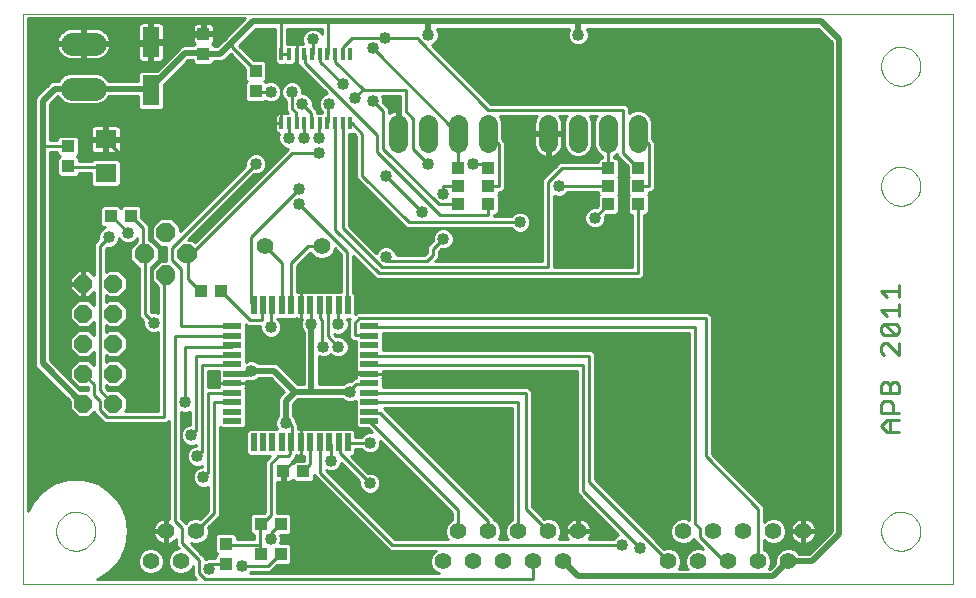
<source format=gtl>
G75*
G70*
%OFA0B0*%
%FSLAX24Y24*%
%IPPOS*%
%LPD*%
%AMOC8*
5,1,8,0,0,1.08239X$1,22.5*
%
%ADD10C,0.0000*%
%ADD11C,0.0110*%
%ADD12R,0.0551X0.1024*%
%ADD13R,0.0394X0.0433*%
%ADD14R,0.0710X0.0630*%
%ADD15R,0.0433X0.0394*%
%ADD16OC8,0.0600*%
%ADD17C,0.0560*%
%ADD18R,0.0197X0.0591*%
%ADD19R,0.0591X0.0197*%
%ADD20R,0.0120X0.0390*%
%ADD21C,0.0128*%
%ADD22C,0.0750*%
%ADD23C,0.0634*%
%ADD24R,0.0400X0.0400*%
%ADD25C,0.0100*%
%ADD26C,0.0200*%
%ADD27C,0.0400*%
D10*
X003044Y003820D02*
X003044Y022820D01*
X034044Y022820D01*
X034044Y003820D01*
X003044Y003820D01*
X004144Y005570D02*
X004146Y005620D01*
X004152Y005670D01*
X004162Y005720D01*
X004175Y005768D01*
X004192Y005816D01*
X004213Y005862D01*
X004237Y005906D01*
X004265Y005948D01*
X004296Y005988D01*
X004330Y006025D01*
X004367Y006060D01*
X004406Y006091D01*
X004447Y006120D01*
X004491Y006145D01*
X004537Y006167D01*
X004584Y006185D01*
X004632Y006199D01*
X004681Y006210D01*
X004731Y006217D01*
X004781Y006220D01*
X004832Y006219D01*
X004882Y006214D01*
X004932Y006205D01*
X004980Y006193D01*
X005028Y006176D01*
X005074Y006156D01*
X005119Y006133D01*
X005162Y006106D01*
X005202Y006076D01*
X005240Y006043D01*
X005275Y006007D01*
X005308Y005968D01*
X005337Y005927D01*
X005363Y005884D01*
X005386Y005839D01*
X005405Y005792D01*
X005420Y005744D01*
X005432Y005695D01*
X005440Y005645D01*
X005444Y005595D01*
X005444Y005545D01*
X005440Y005495D01*
X005432Y005445D01*
X005420Y005396D01*
X005405Y005348D01*
X005386Y005301D01*
X005363Y005256D01*
X005337Y005213D01*
X005308Y005172D01*
X005275Y005133D01*
X005240Y005097D01*
X005202Y005064D01*
X005162Y005034D01*
X005119Y005007D01*
X005074Y004984D01*
X005028Y004964D01*
X004980Y004947D01*
X004932Y004935D01*
X004882Y004926D01*
X004832Y004921D01*
X004781Y004920D01*
X004731Y004923D01*
X004681Y004930D01*
X004632Y004941D01*
X004584Y004955D01*
X004537Y004973D01*
X004491Y004995D01*
X004447Y005020D01*
X004406Y005049D01*
X004367Y005080D01*
X004330Y005115D01*
X004296Y005152D01*
X004265Y005192D01*
X004237Y005234D01*
X004213Y005278D01*
X004192Y005324D01*
X004175Y005372D01*
X004162Y005420D01*
X004152Y005470D01*
X004146Y005520D01*
X004144Y005570D01*
X031644Y005570D02*
X031646Y005620D01*
X031652Y005670D01*
X031662Y005720D01*
X031675Y005768D01*
X031692Y005816D01*
X031713Y005862D01*
X031737Y005906D01*
X031765Y005948D01*
X031796Y005988D01*
X031830Y006025D01*
X031867Y006060D01*
X031906Y006091D01*
X031947Y006120D01*
X031991Y006145D01*
X032037Y006167D01*
X032084Y006185D01*
X032132Y006199D01*
X032181Y006210D01*
X032231Y006217D01*
X032281Y006220D01*
X032332Y006219D01*
X032382Y006214D01*
X032432Y006205D01*
X032480Y006193D01*
X032528Y006176D01*
X032574Y006156D01*
X032619Y006133D01*
X032662Y006106D01*
X032702Y006076D01*
X032740Y006043D01*
X032775Y006007D01*
X032808Y005968D01*
X032837Y005927D01*
X032863Y005884D01*
X032886Y005839D01*
X032905Y005792D01*
X032920Y005744D01*
X032932Y005695D01*
X032940Y005645D01*
X032944Y005595D01*
X032944Y005545D01*
X032940Y005495D01*
X032932Y005445D01*
X032920Y005396D01*
X032905Y005348D01*
X032886Y005301D01*
X032863Y005256D01*
X032837Y005213D01*
X032808Y005172D01*
X032775Y005133D01*
X032740Y005097D01*
X032702Y005064D01*
X032662Y005034D01*
X032619Y005007D01*
X032574Y004984D01*
X032528Y004964D01*
X032480Y004947D01*
X032432Y004935D01*
X032382Y004926D01*
X032332Y004921D01*
X032281Y004920D01*
X032231Y004923D01*
X032181Y004930D01*
X032132Y004941D01*
X032084Y004955D01*
X032037Y004973D01*
X031991Y004995D01*
X031947Y005020D01*
X031906Y005049D01*
X031867Y005080D01*
X031830Y005115D01*
X031796Y005152D01*
X031765Y005192D01*
X031737Y005234D01*
X031713Y005278D01*
X031692Y005324D01*
X031675Y005372D01*
X031662Y005420D01*
X031652Y005470D01*
X031646Y005520D01*
X031644Y005570D01*
X031644Y017070D02*
X031646Y017120D01*
X031652Y017170D01*
X031662Y017220D01*
X031675Y017268D01*
X031692Y017316D01*
X031713Y017362D01*
X031737Y017406D01*
X031765Y017448D01*
X031796Y017488D01*
X031830Y017525D01*
X031867Y017560D01*
X031906Y017591D01*
X031947Y017620D01*
X031991Y017645D01*
X032037Y017667D01*
X032084Y017685D01*
X032132Y017699D01*
X032181Y017710D01*
X032231Y017717D01*
X032281Y017720D01*
X032332Y017719D01*
X032382Y017714D01*
X032432Y017705D01*
X032480Y017693D01*
X032528Y017676D01*
X032574Y017656D01*
X032619Y017633D01*
X032662Y017606D01*
X032702Y017576D01*
X032740Y017543D01*
X032775Y017507D01*
X032808Y017468D01*
X032837Y017427D01*
X032863Y017384D01*
X032886Y017339D01*
X032905Y017292D01*
X032920Y017244D01*
X032932Y017195D01*
X032940Y017145D01*
X032944Y017095D01*
X032944Y017045D01*
X032940Y016995D01*
X032932Y016945D01*
X032920Y016896D01*
X032905Y016848D01*
X032886Y016801D01*
X032863Y016756D01*
X032837Y016713D01*
X032808Y016672D01*
X032775Y016633D01*
X032740Y016597D01*
X032702Y016564D01*
X032662Y016534D01*
X032619Y016507D01*
X032574Y016484D01*
X032528Y016464D01*
X032480Y016447D01*
X032432Y016435D01*
X032382Y016426D01*
X032332Y016421D01*
X032281Y016420D01*
X032231Y016423D01*
X032181Y016430D01*
X032132Y016441D01*
X032084Y016455D01*
X032037Y016473D01*
X031991Y016495D01*
X031947Y016520D01*
X031906Y016549D01*
X031867Y016580D01*
X031830Y016615D01*
X031796Y016652D01*
X031765Y016692D01*
X031737Y016734D01*
X031713Y016778D01*
X031692Y016824D01*
X031675Y016872D01*
X031662Y016920D01*
X031652Y016970D01*
X031646Y017020D01*
X031644Y017070D01*
X031644Y021070D02*
X031646Y021120D01*
X031652Y021170D01*
X031662Y021220D01*
X031675Y021268D01*
X031692Y021316D01*
X031713Y021362D01*
X031737Y021406D01*
X031765Y021448D01*
X031796Y021488D01*
X031830Y021525D01*
X031867Y021560D01*
X031906Y021591D01*
X031947Y021620D01*
X031991Y021645D01*
X032037Y021667D01*
X032084Y021685D01*
X032132Y021699D01*
X032181Y021710D01*
X032231Y021717D01*
X032281Y021720D01*
X032332Y021719D01*
X032382Y021714D01*
X032432Y021705D01*
X032480Y021693D01*
X032528Y021676D01*
X032574Y021656D01*
X032619Y021633D01*
X032662Y021606D01*
X032702Y021576D01*
X032740Y021543D01*
X032775Y021507D01*
X032808Y021468D01*
X032837Y021427D01*
X032863Y021384D01*
X032886Y021339D01*
X032905Y021292D01*
X032920Y021244D01*
X032932Y021195D01*
X032940Y021145D01*
X032944Y021095D01*
X032944Y021045D01*
X032940Y020995D01*
X032932Y020945D01*
X032920Y020896D01*
X032905Y020848D01*
X032886Y020801D01*
X032863Y020756D01*
X032837Y020713D01*
X032808Y020672D01*
X032775Y020633D01*
X032740Y020597D01*
X032702Y020564D01*
X032662Y020534D01*
X032619Y020507D01*
X032574Y020484D01*
X032528Y020464D01*
X032480Y020447D01*
X032432Y020435D01*
X032382Y020426D01*
X032332Y020421D01*
X032281Y020420D01*
X032231Y020423D01*
X032181Y020430D01*
X032132Y020441D01*
X032084Y020455D01*
X032037Y020473D01*
X031991Y020495D01*
X031947Y020520D01*
X031906Y020549D01*
X031867Y020580D01*
X031830Y020615D01*
X031796Y020652D01*
X031765Y020692D01*
X031737Y020734D01*
X031713Y020778D01*
X031692Y020824D01*
X031675Y020872D01*
X031662Y020920D01*
X031652Y020970D01*
X031646Y021020D01*
X031644Y021070D01*
D11*
X032239Y013780D02*
X032239Y013387D01*
X032239Y013583D02*
X031648Y013583D01*
X031845Y013387D01*
X032239Y013136D02*
X032239Y012742D01*
X032239Y012939D02*
X031648Y012939D01*
X031845Y012742D01*
X031747Y012491D02*
X032140Y012097D01*
X032239Y012196D01*
X032239Y012393D01*
X032140Y012491D01*
X031747Y012491D01*
X031648Y012393D01*
X031648Y012196D01*
X031747Y012097D01*
X032140Y012097D01*
X032239Y011847D02*
X032239Y011453D01*
X031845Y011847D01*
X031747Y011847D01*
X031648Y011748D01*
X031648Y011551D01*
X031747Y011453D01*
X031747Y010558D02*
X031845Y010558D01*
X031944Y010459D01*
X031944Y010164D01*
X031944Y009913D02*
X031747Y009913D01*
X031648Y009815D01*
X031648Y009519D01*
X032239Y009519D01*
X032042Y009519D02*
X032042Y009815D01*
X031944Y009913D01*
X032239Y010164D02*
X031648Y010164D01*
X031648Y010459D01*
X031747Y010558D01*
X031944Y010459D02*
X032042Y010558D01*
X032140Y010558D01*
X032239Y010459D01*
X032239Y010164D01*
X032239Y009269D02*
X031845Y009269D01*
X031648Y009072D01*
X031845Y008875D01*
X032239Y008875D01*
X031944Y008875D02*
X031944Y009269D01*
D12*
X007294Y020263D03*
X007294Y021877D03*
D13*
X009044Y022154D03*
X009044Y021485D03*
X010794Y020904D03*
X010794Y020235D03*
X006628Y016070D03*
X005959Y016070D03*
X008959Y013570D03*
X009628Y013570D03*
X010959Y005820D03*
X011628Y005820D03*
X011628Y004820D03*
X010959Y004820D03*
D14*
X005794Y017510D03*
X005794Y018630D03*
D15*
X004544Y018404D03*
X004544Y017735D03*
X011709Y007570D03*
X012378Y007570D03*
X009794Y005154D03*
X009794Y004485D03*
D16*
X006044Y009820D03*
X005044Y009820D03*
X005044Y010820D03*
X006044Y010820D03*
X006044Y011820D03*
X005044Y011820D03*
X005044Y012820D03*
X006044Y012820D03*
X006044Y013820D03*
X005044Y013820D03*
D17*
X011094Y015070D03*
X012994Y015070D03*
X008794Y005570D03*
X007794Y005570D03*
X008294Y004570D03*
X007294Y004570D03*
X017044Y004570D03*
X018044Y004570D03*
X019044Y004570D03*
X020044Y004570D03*
X021044Y004570D03*
X021544Y005570D03*
X020544Y005570D03*
X019544Y005570D03*
X018544Y005570D03*
X017544Y005570D03*
X024544Y004570D03*
X025544Y004570D03*
X026544Y004570D03*
X027544Y004570D03*
X028544Y004570D03*
X029044Y005570D03*
X028044Y005570D03*
X027044Y005570D03*
X026044Y005570D03*
X025044Y005570D03*
D18*
X013869Y008536D03*
X013554Y008536D03*
X013239Y008536D03*
X012924Y008536D03*
X012609Y008536D03*
X012294Y008536D03*
X011979Y008536D03*
X011664Y008536D03*
X011349Y008536D03*
X011034Y008536D03*
X010719Y008536D03*
X010719Y013103D03*
X011034Y013103D03*
X011349Y013103D03*
X011664Y013103D03*
X011979Y013103D03*
X012294Y013103D03*
X012609Y013103D03*
X012924Y013103D03*
X013239Y013103D03*
X013554Y013103D03*
X013869Y013103D03*
D19*
X014577Y012395D03*
X014577Y012080D03*
X014577Y011765D03*
X014577Y011450D03*
X014577Y011135D03*
X014577Y010820D03*
X014577Y010505D03*
X014577Y010190D03*
X014577Y009875D03*
X014577Y009560D03*
X014577Y009245D03*
X010010Y009245D03*
X010010Y009560D03*
X010010Y009875D03*
X010010Y010190D03*
X010010Y010505D03*
X010010Y010820D03*
X010010Y011135D03*
X010010Y011450D03*
X010010Y011765D03*
X010010Y012080D03*
X010010Y012395D03*
D20*
X011642Y019171D03*
X011898Y019171D03*
X012154Y019171D03*
X012410Y019171D03*
X012666Y019171D03*
X012922Y019171D03*
X013178Y019171D03*
X013434Y019171D03*
X013689Y019171D03*
X013945Y019171D03*
X013945Y021469D03*
X013689Y021469D03*
X013434Y021469D03*
X013178Y021469D03*
X012922Y021469D03*
X012666Y021469D03*
X012410Y021469D03*
X012154Y021469D03*
X011898Y021469D03*
X011642Y021469D03*
D21*
X007985Y015569D02*
X008049Y015633D01*
X008049Y015421D01*
X007900Y015272D01*
X007688Y015272D01*
X007539Y015421D01*
X007539Y015633D01*
X007688Y015782D01*
X007900Y015782D01*
X008049Y015633D01*
X007953Y015593D01*
X007953Y015461D01*
X007860Y015368D01*
X007728Y015368D01*
X007635Y015461D01*
X007635Y015593D01*
X007728Y015686D01*
X007860Y015686D01*
X007953Y015593D01*
X007857Y015553D01*
X007857Y015501D01*
X007820Y015464D01*
X007768Y015464D01*
X007731Y015501D01*
X007731Y015553D01*
X007768Y015590D01*
X007820Y015590D01*
X007857Y015553D01*
X008692Y014862D02*
X008756Y014926D01*
X008756Y014714D01*
X008607Y014565D01*
X008395Y014565D01*
X008246Y014714D01*
X008246Y014926D01*
X008395Y015075D01*
X008607Y015075D01*
X008756Y014926D01*
X008660Y014886D01*
X008660Y014754D01*
X008567Y014661D01*
X008435Y014661D01*
X008342Y014754D01*
X008342Y014886D01*
X008435Y014979D01*
X008567Y014979D01*
X008660Y014886D01*
X008564Y014846D01*
X008564Y014794D01*
X008527Y014757D01*
X008475Y014757D01*
X008438Y014794D01*
X008438Y014846D01*
X008475Y014883D01*
X008527Y014883D01*
X008564Y014846D01*
X007985Y014155D02*
X008049Y014219D01*
X008049Y014007D01*
X007900Y013858D01*
X007688Y013858D01*
X007539Y014007D01*
X007539Y014219D01*
X007688Y014368D01*
X007900Y014368D01*
X008049Y014219D01*
X007953Y014179D01*
X007953Y014047D01*
X007860Y013954D01*
X007728Y013954D01*
X007635Y014047D01*
X007635Y014179D01*
X007728Y014272D01*
X007860Y014272D01*
X007953Y014179D01*
X007857Y014139D01*
X007857Y014087D01*
X007820Y014050D01*
X007768Y014050D01*
X007731Y014087D01*
X007731Y014139D01*
X007768Y014176D01*
X007820Y014176D01*
X007857Y014139D01*
X007278Y014862D02*
X007342Y014926D01*
X007342Y014714D01*
X007193Y014565D01*
X006981Y014565D01*
X006832Y014714D01*
X006832Y014926D01*
X006981Y015075D01*
X007193Y015075D01*
X007342Y014926D01*
X007246Y014886D01*
X007246Y014754D01*
X007153Y014661D01*
X007021Y014661D01*
X006928Y014754D01*
X006928Y014886D01*
X007021Y014979D01*
X007153Y014979D01*
X007246Y014886D01*
X007150Y014846D01*
X007150Y014794D01*
X007113Y014757D01*
X007061Y014757D01*
X007024Y014794D01*
X007024Y014846D01*
X007061Y014883D01*
X007113Y014883D01*
X007150Y014846D01*
D22*
X005419Y020320D02*
X004669Y020320D01*
X004669Y021820D02*
X005419Y021820D01*
D23*
X015544Y019137D02*
X015544Y018503D01*
X016544Y018503D02*
X016544Y019137D01*
X017544Y019137D02*
X017544Y018503D01*
X018544Y018503D02*
X018544Y019137D01*
X020544Y019137D02*
X020544Y018503D01*
X021544Y018503D02*
X021544Y019137D01*
X022544Y019137D02*
X022544Y018503D01*
X023544Y018503D02*
X023544Y019137D01*
D24*
X023544Y017670D03*
X023544Y017070D03*
X023544Y016470D03*
X022544Y016470D03*
X022544Y017070D03*
X022544Y017670D03*
X018544Y017670D03*
X018544Y017070D03*
X018544Y016470D03*
X017544Y016470D03*
X017544Y017070D03*
X017544Y017670D03*
D25*
X017544Y018820D01*
X014694Y021670D01*
X015094Y022020D02*
X013994Y022020D01*
X013694Y021720D01*
X013694Y021470D01*
X013689Y021469D01*
X013444Y021420D02*
X013444Y021220D01*
X014369Y020295D01*
X014094Y020020D01*
X014369Y020295D02*
X014394Y020270D01*
X015794Y020270D01*
X015794Y019570D01*
X016044Y019320D01*
X016044Y018320D01*
X016544Y017820D01*
X017044Y017070D02*
X017044Y016820D01*
X017044Y017070D02*
X017544Y017070D01*
X017544Y016470D02*
X016894Y016470D01*
X015044Y018320D01*
X015044Y019570D01*
X014694Y019920D01*
X015010Y020070D02*
X015594Y020070D01*
X015594Y019653D01*
X015594Y019601D01*
X015592Y019602D01*
X015592Y018869D01*
X015495Y018869D01*
X015495Y019602D01*
X015434Y019592D01*
X015365Y019569D01*
X015299Y019536D01*
X015244Y019496D01*
X015244Y019653D01*
X015127Y019770D01*
X015044Y019853D01*
X015044Y019989D01*
X015010Y020070D01*
X015044Y019981D02*
X015594Y019981D01*
X015594Y019882D02*
X015044Y019882D01*
X015113Y019784D02*
X015594Y019784D01*
X015594Y019685D02*
X015211Y019685D01*
X015244Y019587D02*
X015418Y019587D01*
X015495Y019587D02*
X015592Y019587D01*
X015592Y019488D02*
X015495Y019488D01*
X015495Y019390D02*
X015592Y019390D01*
X015592Y019291D02*
X015495Y019291D01*
X015495Y019193D02*
X015592Y019193D01*
X015592Y019094D02*
X015495Y019094D01*
X015495Y018996D02*
X015592Y018996D01*
X015592Y018897D02*
X015495Y018897D01*
X014844Y018770D02*
X014844Y018220D01*
X016944Y016120D01*
X018544Y016120D01*
X018544Y016470D01*
X018894Y016433D02*
X020344Y016433D01*
X020344Y016335D02*
X018894Y016335D01*
X018894Y016236D02*
X020344Y016236D01*
X020344Y016138D02*
X019821Y016138D01*
X019792Y016167D02*
X019663Y016220D01*
X019524Y016220D01*
X019396Y016167D01*
X019299Y016070D01*
X018744Y016070D01*
X018744Y016120D01*
X018806Y016120D01*
X018894Y016208D01*
X018894Y016732D01*
X018856Y016770D01*
X018894Y016808D01*
X018894Y016870D01*
X018977Y016870D01*
X019094Y016987D01*
X019094Y018387D01*
X019094Y018553D01*
X019011Y018636D01*
X019011Y019230D01*
X018940Y019401D01*
X018921Y019420D01*
X020172Y019420D01*
X020144Y019381D01*
X020111Y019316D01*
X020088Y019246D01*
X020077Y019173D01*
X020077Y018868D01*
X020495Y018868D01*
X020495Y018771D01*
X020592Y018771D01*
X020592Y018038D01*
X020653Y018048D01*
X020723Y018070D01*
X020788Y018104D01*
X020848Y018147D01*
X020900Y018199D01*
X020943Y018258D01*
X020976Y018324D01*
X020999Y018394D01*
X021011Y018466D01*
X021011Y018771D01*
X020592Y018771D01*
X020592Y018868D01*
X021011Y018868D01*
X021011Y019173D01*
X020999Y019246D01*
X020976Y019316D01*
X020943Y019381D01*
X020915Y019420D01*
X021167Y019420D01*
X021148Y019401D01*
X021077Y019230D01*
X021077Y018410D01*
X021148Y018239D01*
X021279Y018107D01*
X021451Y018036D01*
X021637Y018036D01*
X021808Y018107D01*
X021940Y018239D01*
X022011Y018410D01*
X022011Y019230D01*
X021940Y019401D01*
X021921Y019420D01*
X022167Y019420D01*
X022148Y019401D01*
X022077Y019230D01*
X022077Y018410D01*
X022148Y018239D01*
X022279Y018107D01*
X022344Y018081D01*
X022344Y018020D01*
X022282Y018020D01*
X022194Y017932D01*
X022194Y017870D01*
X020911Y017870D01*
X020794Y017753D01*
X020344Y017303D01*
X020344Y017137D01*
X020344Y014570D01*
X016777Y014570D01*
X016894Y014687D01*
X016894Y014853D01*
X016894Y014887D01*
X016977Y014970D01*
X017113Y014970D01*
X017242Y015023D01*
X017340Y015122D01*
X017394Y015250D01*
X017394Y015389D01*
X017340Y015518D01*
X017242Y015617D01*
X017113Y015670D01*
X016974Y015670D01*
X016846Y015617D01*
X016747Y015518D01*
X016694Y015389D01*
X016694Y015253D01*
X016611Y015170D01*
X016494Y015053D01*
X016494Y014853D01*
X016411Y014770D01*
X015494Y014770D01*
X015494Y014789D01*
X015440Y014918D01*
X015342Y015017D01*
X015213Y015070D01*
X015074Y015070D01*
X014946Y015017D01*
X014847Y014918D01*
X014812Y014834D01*
X013894Y015753D01*
X013894Y018826D01*
X014055Y018826D01*
X014144Y018737D01*
X014144Y017503D01*
X014144Y017337D01*
X015694Y015787D01*
X015811Y015670D01*
X019299Y015670D01*
X019396Y015573D01*
X019524Y015520D01*
X019663Y015520D01*
X019792Y015573D01*
X019890Y015672D01*
X019944Y015800D01*
X019944Y015939D01*
X019890Y016068D01*
X019792Y016167D01*
X019902Y016039D02*
X020344Y016039D01*
X020344Y015941D02*
X019943Y015941D01*
X019944Y015842D02*
X020344Y015842D01*
X020344Y015744D02*
X019920Y015744D01*
X019864Y015645D02*
X020344Y015645D01*
X020344Y015546D02*
X019728Y015546D01*
X019460Y015546D02*
X017312Y015546D01*
X017370Y015448D02*
X020344Y015448D01*
X020344Y015349D02*
X017394Y015349D01*
X017394Y015251D02*
X020344Y015251D01*
X020344Y015152D02*
X017353Y015152D01*
X017273Y015054D02*
X020344Y015054D01*
X020344Y014955D02*
X016962Y014955D01*
X016894Y014857D02*
X020344Y014857D01*
X020344Y014758D02*
X016894Y014758D01*
X016866Y014660D02*
X020344Y014660D01*
X020744Y014660D02*
X023344Y014660D01*
X023344Y014758D02*
X020744Y014758D01*
X020744Y014857D02*
X023344Y014857D01*
X023344Y014955D02*
X020744Y014955D01*
X020744Y015054D02*
X023344Y015054D01*
X023344Y015152D02*
X020744Y015152D01*
X020744Y015251D02*
X023344Y015251D01*
X023344Y015349D02*
X020744Y015349D01*
X020744Y015448D02*
X023344Y015448D01*
X023344Y015546D02*
X020744Y015546D01*
X020744Y015645D02*
X023344Y015645D01*
X023344Y015744D02*
X022312Y015744D01*
X022292Y015723D02*
X022390Y015822D01*
X022444Y015950D01*
X022444Y016087D01*
X022477Y016120D01*
X022806Y016120D01*
X022894Y016208D01*
X022894Y016732D01*
X022856Y016770D01*
X022894Y016808D01*
X022894Y017332D01*
X022856Y017370D01*
X022894Y017408D01*
X022894Y017932D01*
X022806Y018020D01*
X022744Y018020D01*
X022744Y018081D01*
X022808Y018107D01*
X022844Y018143D01*
X022844Y018087D01*
X023194Y017737D01*
X023194Y017408D01*
X023232Y017370D01*
X023194Y017332D01*
X023194Y016808D01*
X023232Y016770D01*
X023194Y016732D01*
X023194Y016208D01*
X023282Y016120D01*
X023344Y016120D01*
X023344Y014370D01*
X020744Y014370D01*
X020744Y016753D01*
X020824Y016720D01*
X020963Y016720D01*
X021092Y016773D01*
X021189Y016870D01*
X022194Y016870D01*
X022194Y016808D01*
X022232Y016770D01*
X022194Y016732D01*
X022194Y016403D01*
X022161Y016370D01*
X022024Y016370D01*
X021896Y016317D01*
X021797Y016218D01*
X021744Y016089D01*
X021744Y015950D01*
X021797Y015822D01*
X021896Y015723D01*
X022024Y015670D01*
X022163Y015670D01*
X022292Y015723D01*
X022399Y015842D02*
X023344Y015842D01*
X023344Y015941D02*
X022440Y015941D01*
X022444Y016039D02*
X023344Y016039D01*
X023264Y016138D02*
X022824Y016138D01*
X022894Y016236D02*
X023194Y016236D01*
X023194Y016335D02*
X022894Y016335D01*
X022894Y016433D02*
X023194Y016433D01*
X023194Y016532D02*
X022894Y016532D01*
X022894Y016630D02*
X023194Y016630D01*
X023194Y016729D02*
X022894Y016729D01*
X022894Y016828D02*
X023194Y016828D01*
X023194Y016926D02*
X022894Y016926D01*
X022894Y017025D02*
X023194Y017025D01*
X023194Y017123D02*
X022894Y017123D01*
X022894Y017222D02*
X023194Y017222D01*
X023194Y017320D02*
X022894Y017320D01*
X022894Y017419D02*
X023194Y017419D01*
X023194Y017517D02*
X022894Y017517D01*
X022894Y017616D02*
X023194Y017616D01*
X023194Y017714D02*
X022894Y017714D01*
X022894Y017813D02*
X023118Y017813D01*
X023019Y017912D02*
X022894Y017912D01*
X022921Y018010D02*
X022816Y018010D01*
X022810Y018109D02*
X022844Y018109D01*
X023044Y018170D02*
X023544Y017670D01*
X024094Y017714D02*
X029994Y017714D01*
X029994Y017616D02*
X024094Y017616D01*
X024094Y017517D02*
X029994Y017517D01*
X029994Y017419D02*
X024094Y017419D01*
X024094Y017320D02*
X029994Y017320D01*
X029994Y017222D02*
X024094Y017222D01*
X024094Y017123D02*
X029994Y017123D01*
X029994Y017025D02*
X024094Y017025D01*
X024094Y016987D02*
X024094Y018387D01*
X024094Y018553D01*
X024011Y018636D01*
X024011Y019230D01*
X023940Y019401D01*
X023808Y019532D01*
X023637Y019604D01*
X023451Y019604D01*
X023279Y019532D01*
X023244Y019497D01*
X023244Y019703D01*
X023127Y019820D01*
X022961Y019820D01*
X018627Y019820D01*
X016658Y021788D01*
X016742Y021823D01*
X016840Y021922D01*
X016894Y022050D01*
X016894Y022189D01*
X016840Y022318D01*
X016839Y022320D01*
X021249Y022320D01*
X021247Y022318D01*
X021194Y022189D01*
X021194Y022050D01*
X021247Y021922D01*
X021346Y021823D01*
X021474Y021770D01*
X021613Y021770D01*
X021742Y021823D01*
X021840Y021922D01*
X021894Y022050D01*
X021894Y022189D01*
X021840Y022318D01*
X021839Y022320D01*
X029540Y022320D01*
X029994Y021866D01*
X029994Y005573D01*
X029240Y004820D01*
X028902Y004820D01*
X028787Y004934D01*
X028629Y005000D01*
X028458Y005000D01*
X028300Y004934D01*
X028179Y004813D01*
X028114Y004655D01*
X028114Y004493D01*
X027940Y004320D01*
X027902Y004320D01*
X027908Y004326D01*
X027974Y004484D01*
X027974Y004655D01*
X027908Y004813D01*
X027787Y004934D01*
X027744Y004952D01*
X027744Y005262D01*
X027800Y005205D01*
X027958Y005140D01*
X028129Y005140D01*
X028287Y005205D01*
X028408Y005326D01*
X028474Y005484D01*
X028474Y005655D01*
X028408Y005813D01*
X028287Y005934D01*
X028129Y006000D01*
X027958Y006000D01*
X027800Y005934D01*
X027744Y005878D01*
X027744Y006403D01*
X027627Y006520D01*
X025994Y008153D01*
X025994Y012753D01*
X025877Y012870D01*
X025711Y012870D01*
X014161Y012870D01*
X014117Y012826D01*
X014117Y013461D01*
X014044Y013534D01*
X014044Y014737D01*
X014694Y014087D01*
X014811Y013970D01*
X023461Y013970D01*
X023627Y013970D01*
X023744Y014087D01*
X023744Y016120D01*
X023806Y016120D01*
X023894Y016208D01*
X023894Y016732D01*
X023856Y016770D01*
X023894Y016808D01*
X023894Y016870D01*
X023977Y016870D01*
X024094Y016987D01*
X024033Y016926D02*
X029994Y016926D01*
X029994Y016828D02*
X023894Y016828D01*
X023894Y016729D02*
X029994Y016729D01*
X029994Y016630D02*
X023894Y016630D01*
X023894Y016532D02*
X029994Y016532D01*
X029994Y016433D02*
X023894Y016433D01*
X023894Y016335D02*
X029994Y016335D01*
X029994Y016236D02*
X023894Y016236D01*
X023824Y016138D02*
X029994Y016138D01*
X029994Y016039D02*
X023744Y016039D01*
X023744Y015941D02*
X029994Y015941D01*
X029994Y015842D02*
X023744Y015842D01*
X023744Y015744D02*
X029994Y015744D01*
X029994Y015645D02*
X023744Y015645D01*
X023744Y015546D02*
X029994Y015546D01*
X029994Y015448D02*
X023744Y015448D01*
X023744Y015349D02*
X029994Y015349D01*
X029994Y015251D02*
X023744Y015251D01*
X023744Y015152D02*
X029994Y015152D01*
X029994Y015054D02*
X023744Y015054D01*
X023744Y014955D02*
X029994Y014955D01*
X029994Y014857D02*
X023744Y014857D01*
X023744Y014758D02*
X029994Y014758D01*
X029994Y014660D02*
X023744Y014660D01*
X023744Y014561D02*
X029994Y014561D01*
X029994Y014463D02*
X023744Y014463D01*
X023744Y014364D02*
X029994Y014364D01*
X029994Y014265D02*
X023744Y014265D01*
X023744Y014167D02*
X029994Y014167D01*
X029994Y014068D02*
X023725Y014068D01*
X023544Y014170D02*
X023544Y016470D01*
X023544Y017070D02*
X023894Y017070D01*
X023894Y018470D01*
X023544Y018820D01*
X024011Y018798D02*
X029994Y018798D01*
X029994Y018700D02*
X024011Y018700D01*
X024045Y018601D02*
X029994Y018601D01*
X029994Y018503D02*
X024094Y018503D01*
X024094Y018404D02*
X029994Y018404D01*
X029994Y018306D02*
X024094Y018306D01*
X024094Y018207D02*
X029994Y018207D01*
X029994Y018109D02*
X024094Y018109D01*
X024094Y018010D02*
X029994Y018010D01*
X029994Y017912D02*
X024094Y017912D01*
X024094Y017813D02*
X029994Y017813D01*
X029994Y018897D02*
X024011Y018897D01*
X024011Y018996D02*
X029994Y018996D01*
X029994Y019094D02*
X024011Y019094D01*
X024011Y019193D02*
X029994Y019193D01*
X029994Y019291D02*
X023985Y019291D01*
X023944Y019390D02*
X029994Y019390D01*
X029994Y019488D02*
X023852Y019488D01*
X023677Y019587D02*
X029994Y019587D01*
X029994Y019685D02*
X023244Y019685D01*
X023244Y019587D02*
X023411Y019587D01*
X023163Y019784D02*
X029994Y019784D01*
X029994Y019882D02*
X018564Y019882D01*
X018465Y019981D02*
X029994Y019981D01*
X029994Y020079D02*
X018367Y020079D01*
X018268Y020178D02*
X029994Y020178D01*
X029994Y020277D02*
X018170Y020277D01*
X018071Y020375D02*
X029994Y020375D01*
X029994Y020474D02*
X017973Y020474D01*
X017874Y020572D02*
X029994Y020572D01*
X029994Y020671D02*
X017776Y020671D01*
X017677Y020769D02*
X029994Y020769D01*
X029994Y020868D02*
X017579Y020868D01*
X017480Y020966D02*
X029994Y020966D01*
X029994Y021065D02*
X017381Y021065D01*
X017283Y021163D02*
X029994Y021163D01*
X029994Y021262D02*
X017184Y021262D01*
X017086Y021361D02*
X029994Y021361D01*
X029994Y021459D02*
X016987Y021459D01*
X016889Y021558D02*
X029994Y021558D01*
X029994Y021656D02*
X016790Y021656D01*
X016692Y021755D02*
X029994Y021755D01*
X029994Y021853D02*
X021772Y021853D01*
X021853Y021952D02*
X029908Y021952D01*
X029810Y022050D02*
X021894Y022050D01*
X021894Y022149D02*
X029711Y022149D01*
X029613Y022247D02*
X021870Y022247D01*
X021218Y022247D02*
X016870Y022247D01*
X016894Y022149D02*
X021194Y022149D01*
X021194Y022050D02*
X016894Y022050D01*
X016853Y021952D02*
X021234Y021952D01*
X021315Y021853D02*
X016772Y021853D01*
X016194Y021970D02*
X018544Y019620D01*
X023044Y019620D01*
X023044Y018170D01*
X022544Y017670D02*
X022544Y018820D01*
X022077Y018798D02*
X022011Y018798D01*
X022011Y018700D02*
X022077Y018700D01*
X022077Y018601D02*
X022011Y018601D01*
X022011Y018503D02*
X022077Y018503D01*
X022079Y018404D02*
X022008Y018404D01*
X021967Y018306D02*
X022120Y018306D01*
X022179Y018207D02*
X021908Y018207D01*
X021810Y018109D02*
X022278Y018109D01*
X022272Y018010D02*
X019094Y018010D01*
X019094Y017912D02*
X022194Y017912D01*
X022544Y017670D02*
X020994Y017670D01*
X020544Y017220D01*
X020544Y014370D01*
X014994Y014370D01*
X013694Y015670D01*
X013694Y019170D01*
X013689Y019171D01*
X013444Y019170D02*
X013434Y019171D01*
X013444Y019170D02*
X013444Y015620D01*
X014894Y014170D01*
X023544Y014170D01*
X023344Y014463D02*
X020744Y014463D01*
X020744Y014561D02*
X023344Y014561D01*
X021875Y015744D02*
X020744Y015744D01*
X020744Y015842D02*
X021789Y015842D01*
X021748Y015941D02*
X020744Y015941D01*
X020744Y016039D02*
X021744Y016039D01*
X021764Y016138D02*
X020744Y016138D01*
X020744Y016236D02*
X021815Y016236D01*
X021940Y016335D02*
X020744Y016335D01*
X020744Y016433D02*
X022194Y016433D01*
X022194Y016532D02*
X020744Y016532D01*
X020744Y016630D02*
X022194Y016630D01*
X022194Y016729D02*
X020986Y016729D01*
X020802Y016729D02*
X020744Y016729D01*
X020344Y016729D02*
X018894Y016729D01*
X018894Y016630D02*
X020344Y016630D01*
X020344Y016532D02*
X018894Y016532D01*
X018894Y016828D02*
X020344Y016828D01*
X020344Y016926D02*
X019033Y016926D01*
X019094Y017025D02*
X020344Y017025D01*
X020344Y017123D02*
X019094Y017123D01*
X019094Y017222D02*
X020344Y017222D01*
X020361Y017320D02*
X019094Y017320D01*
X019094Y017419D02*
X020460Y017419D01*
X020558Y017517D02*
X019094Y017517D01*
X019094Y017616D02*
X020657Y017616D01*
X020756Y017714D02*
X019094Y017714D01*
X019094Y017813D02*
X020854Y017813D01*
X020795Y018109D02*
X021278Y018109D01*
X021179Y018207D02*
X020906Y018207D01*
X020967Y018306D02*
X021120Y018306D01*
X021079Y018404D02*
X021001Y018404D01*
X021011Y018503D02*
X021077Y018503D01*
X021077Y018601D02*
X021011Y018601D01*
X021011Y018700D02*
X021077Y018700D01*
X021077Y018798D02*
X020592Y018798D01*
X020495Y018798D02*
X019011Y018798D01*
X019011Y018700D02*
X020077Y018700D01*
X020077Y018771D02*
X020077Y018466D01*
X020088Y018394D01*
X020111Y018324D01*
X020144Y018258D01*
X020188Y018199D01*
X020240Y018147D01*
X020299Y018104D01*
X020365Y018070D01*
X020434Y018048D01*
X020495Y018038D01*
X020495Y018771D01*
X020077Y018771D01*
X020077Y018897D02*
X019011Y018897D01*
X019011Y018996D02*
X020077Y018996D01*
X020077Y019094D02*
X019011Y019094D01*
X019011Y019193D02*
X020080Y019193D01*
X020103Y019291D02*
X018985Y019291D01*
X018944Y019390D02*
X020151Y019390D01*
X020495Y018700D02*
X020592Y018700D01*
X020592Y018601D02*
X020495Y018601D01*
X020495Y018503D02*
X020592Y018503D01*
X020592Y018404D02*
X020495Y018404D01*
X020495Y018306D02*
X020592Y018306D01*
X020592Y018207D02*
X020495Y018207D01*
X020495Y018109D02*
X020592Y018109D01*
X020292Y018109D02*
X019094Y018109D01*
X019094Y018207D02*
X020182Y018207D01*
X020120Y018306D02*
X019094Y018306D01*
X019094Y018404D02*
X020087Y018404D01*
X020077Y018503D02*
X019094Y018503D01*
X019045Y018601D02*
X020077Y018601D01*
X021011Y018897D02*
X021077Y018897D01*
X021077Y018996D02*
X021011Y018996D01*
X021011Y019094D02*
X021077Y019094D01*
X021077Y019193D02*
X021008Y019193D01*
X020984Y019291D02*
X021102Y019291D01*
X021143Y019390D02*
X020937Y019390D01*
X021944Y019390D02*
X022143Y019390D01*
X022102Y019291D02*
X021985Y019291D01*
X022011Y019193D02*
X022077Y019193D01*
X022077Y019094D02*
X022011Y019094D01*
X022011Y018996D02*
X022077Y018996D01*
X022077Y018897D02*
X022011Y018897D01*
X022544Y017070D02*
X020894Y017070D01*
X021146Y016828D02*
X022194Y016828D01*
X022544Y016470D02*
X022094Y016020D01*
X019594Y015870D02*
X015894Y015870D01*
X014344Y017420D01*
X014344Y018820D01*
X013994Y019170D01*
X013945Y019171D01*
X013894Y018798D02*
X014082Y018798D01*
X014144Y018700D02*
X013894Y018700D01*
X013894Y018601D02*
X014144Y018601D01*
X014144Y018503D02*
X013894Y018503D01*
X013894Y018404D02*
X014144Y018404D01*
X014144Y018306D02*
X013894Y018306D01*
X013894Y018207D02*
X014144Y018207D01*
X014144Y018109D02*
X013894Y018109D01*
X013894Y018010D02*
X014144Y018010D01*
X014144Y017912D02*
X013894Y017912D01*
X013894Y017813D02*
X014144Y017813D01*
X014144Y017714D02*
X013894Y017714D01*
X013894Y017616D02*
X014144Y017616D01*
X014144Y017517D02*
X013894Y017517D01*
X013894Y017419D02*
X014144Y017419D01*
X014160Y017320D02*
X013894Y017320D01*
X013894Y017222D02*
X014259Y017222D01*
X014358Y017123D02*
X013894Y017123D01*
X013894Y017025D02*
X014456Y017025D01*
X014555Y016926D02*
X013894Y016926D01*
X013894Y016828D02*
X014653Y016828D01*
X014752Y016729D02*
X013894Y016729D01*
X013894Y016630D02*
X014850Y016630D01*
X014949Y016532D02*
X013894Y016532D01*
X013894Y016433D02*
X015047Y016433D01*
X015146Y016335D02*
X013894Y016335D01*
X013894Y016236D02*
X015244Y016236D01*
X015343Y016138D02*
X013894Y016138D01*
X013894Y016039D02*
X015442Y016039D01*
X015540Y015941D02*
X013894Y015941D01*
X013894Y015842D02*
X015639Y015842D01*
X015737Y015744D02*
X013903Y015744D01*
X014001Y015645D02*
X016914Y015645D01*
X016775Y015546D02*
X014100Y015546D01*
X014198Y015448D02*
X016718Y015448D01*
X016694Y015349D02*
X014297Y015349D01*
X014396Y015251D02*
X016692Y015251D01*
X016593Y015152D02*
X014494Y015152D01*
X014593Y015054D02*
X015035Y015054D01*
X014884Y014955D02*
X014691Y014955D01*
X014790Y014857D02*
X014822Y014857D01*
X015144Y014720D02*
X015144Y014570D01*
X016494Y014570D01*
X016694Y014770D01*
X016694Y014970D01*
X017044Y015320D01*
X016495Y015054D02*
X015252Y015054D01*
X015403Y014955D02*
X016494Y014955D01*
X016494Y014857D02*
X015466Y014857D01*
X014614Y014167D02*
X014044Y014167D01*
X014044Y014265D02*
X014515Y014265D01*
X014417Y014364D02*
X014044Y014364D01*
X014044Y014463D02*
X014318Y014463D01*
X014220Y014561D02*
X014044Y014561D01*
X014044Y014660D02*
X014121Y014660D01*
X013844Y014870D02*
X012244Y016470D01*
X012244Y016970D02*
X010644Y015370D01*
X010644Y013170D01*
X010694Y013120D01*
X010719Y013103D01*
X010994Y013070D02*
X011034Y013103D01*
X010994Y013070D02*
X010994Y012620D01*
X010594Y012620D01*
X009644Y013570D01*
X009628Y013570D01*
X008959Y013570D02*
X008944Y013570D01*
X008544Y013970D01*
X008544Y014770D01*
X008501Y014820D01*
X008594Y014770D01*
X011994Y018170D01*
X012894Y018170D01*
X012894Y018670D02*
X012894Y019170D01*
X012922Y019171D01*
X013178Y019171D02*
X013194Y019220D01*
X013194Y019770D01*
X013244Y019820D01*
X012994Y019575D02*
X012994Y019516D01*
X012844Y019516D01*
X012844Y019603D01*
X012694Y019753D01*
X012694Y019889D01*
X012640Y020018D01*
X012542Y020117D01*
X012413Y020170D01*
X012344Y020170D01*
X012344Y020289D01*
X012290Y020418D01*
X012192Y020517D01*
X012063Y020570D01*
X011924Y020570D01*
X011796Y020517D01*
X011697Y020418D01*
X011644Y020289D01*
X011644Y020150D01*
X011697Y020022D01*
X011794Y019925D01*
X011794Y019587D01*
X003944Y019587D01*
X003944Y019685D02*
X006872Y019685D01*
X006868Y019689D02*
X006956Y019601D01*
X007631Y019601D01*
X007719Y019689D01*
X007719Y020442D01*
X008547Y021270D01*
X008697Y021270D01*
X008697Y021206D01*
X008785Y021119D01*
X009303Y021119D01*
X009391Y021206D01*
X009391Y021235D01*
X009559Y021235D01*
X009659Y021235D01*
X009751Y021273D01*
X009954Y021477D01*
X010447Y020984D01*
X010447Y020626D01*
X010503Y020570D01*
X010447Y020514D01*
X010447Y019956D01*
X010535Y019869D01*
X011053Y019869D01*
X011104Y019920D01*
X011224Y019870D01*
X011363Y019870D01*
X011492Y019923D01*
X011590Y020022D01*
X011644Y020150D01*
X011644Y020289D01*
X011590Y020418D01*
X011492Y020517D01*
X011363Y020570D01*
X011224Y020570D01*
X011125Y020529D01*
X011085Y020570D01*
X011141Y020626D01*
X011141Y021183D01*
X011053Y021271D01*
X010725Y021271D01*
X010237Y021759D01*
X010797Y022320D01*
X011444Y022320D01*
X011444Y021737D01*
X011432Y021726D01*
X011432Y021211D01*
X011520Y021124D01*
X011764Y021124D01*
X011770Y021129D01*
X011776Y021124D01*
X012020Y021124D01*
X012033Y021136D01*
X012036Y021134D01*
X012074Y021124D01*
X012154Y021124D01*
X012234Y021124D01*
X012244Y021126D01*
X012244Y021087D01*
X013165Y020166D01*
X013046Y020117D01*
X012947Y020018D01*
X012894Y019889D01*
X012894Y019750D01*
X012947Y019622D01*
X012994Y019575D01*
X012982Y019587D02*
X012844Y019587D01*
X012921Y019685D02*
X012761Y019685D01*
X012694Y019784D02*
X012894Y019784D01*
X012894Y019882D02*
X012694Y019882D01*
X012656Y019981D02*
X012932Y019981D01*
X013008Y020079D02*
X012579Y020079D01*
X012344Y020178D02*
X013153Y020178D01*
X013054Y020277D02*
X012344Y020277D01*
X012308Y020375D02*
X012956Y020375D01*
X012857Y020474D02*
X012235Y020474D01*
X011994Y020220D02*
X011994Y019670D01*
X012144Y019520D01*
X012144Y019220D01*
X012154Y019171D01*
X012394Y019170D02*
X012410Y019171D01*
X012394Y019170D02*
X012394Y018670D01*
X011894Y018670D02*
X011894Y019170D01*
X011898Y019171D01*
X011642Y019171D02*
X011642Y019171D01*
X011594Y019170D01*
X005794Y019170D01*
X005794Y018630D01*
X005794Y018620D01*
X006344Y018070D01*
X006344Y017120D01*
X005044Y015820D01*
X005044Y013820D01*
X005084Y013860D02*
X005004Y013860D01*
X005004Y014270D01*
X004857Y014270D01*
X004594Y014006D01*
X004594Y013860D01*
X005004Y013860D01*
X005004Y013780D01*
X005084Y013780D01*
X005084Y013370D01*
X005230Y013370D01*
X005394Y013534D01*
X005394Y013106D01*
X005230Y013270D01*
X004857Y013270D01*
X004594Y013006D01*
X004594Y012633D01*
X004857Y012370D01*
X005230Y012370D01*
X005394Y012534D01*
X005394Y012106D01*
X005230Y012270D01*
X004857Y012270D01*
X004594Y012006D01*
X004594Y011633D01*
X004857Y011370D01*
X005230Y011370D01*
X005394Y011534D01*
X005394Y011106D01*
X005230Y011270D01*
X004857Y011270D01*
X004594Y011006D01*
X004594Y010633D01*
X004857Y010370D01*
X005194Y010370D01*
X005194Y010270D01*
X004947Y010270D01*
X003944Y011273D01*
X003944Y018220D01*
X004177Y018220D01*
X004177Y018145D01*
X004253Y018070D01*
X004177Y017994D01*
X004177Y017476D01*
X004265Y017388D01*
X004822Y017388D01*
X004910Y017476D01*
X004910Y017520D01*
X005289Y017520D01*
X005289Y017133D01*
X005377Y017045D01*
X006211Y017045D01*
X006299Y017133D01*
X006299Y017887D01*
X006211Y017975D01*
X005377Y017975D01*
X005322Y017920D01*
X004910Y017920D01*
X004910Y017994D01*
X004835Y018070D01*
X004910Y018145D01*
X004910Y018663D01*
X004822Y018751D01*
X004265Y018751D01*
X004177Y018663D01*
X004177Y018620D01*
X003944Y018620D01*
X003944Y019816D01*
X004197Y020070D01*
X004204Y020070D01*
X004224Y020022D01*
X004371Y019875D01*
X004564Y019795D01*
X005523Y019795D01*
X005716Y019875D01*
X005864Y020022D01*
X005883Y020070D01*
X006868Y020070D01*
X006868Y019689D01*
X006868Y019784D02*
X003944Y019784D01*
X004010Y019882D02*
X004364Y019882D01*
X004265Y019981D02*
X004108Y019981D01*
X003796Y020375D02*
X003194Y020375D01*
X003194Y020277D02*
X003697Y020277D01*
X003599Y020178D02*
X003194Y020178D01*
X003194Y020079D02*
X003500Y020079D01*
X003482Y020061D02*
X003444Y019970D01*
X003444Y018370D01*
X003444Y011220D01*
X003444Y011120D01*
X003482Y011028D01*
X004594Y009916D01*
X004594Y009633D01*
X004857Y009370D01*
X005230Y009370D01*
X005396Y009535D01*
X005644Y009287D01*
X005761Y009170D01*
X007661Y009170D01*
X007827Y009170D01*
X007894Y009237D01*
X007894Y006003D01*
X007894Y005989D01*
X007828Y006000D01*
X007824Y006000D01*
X007824Y005600D01*
X007764Y005600D01*
X007764Y006000D01*
X007760Y006000D01*
X007693Y005989D01*
X007629Y005968D01*
X007568Y005938D01*
X007514Y005898D01*
X007466Y005850D01*
X007426Y005795D01*
X007395Y005735D01*
X007374Y005671D01*
X007364Y005604D01*
X007364Y005600D01*
X007764Y005600D01*
X007764Y005540D01*
X007824Y005540D01*
X007824Y005140D01*
X007828Y005140D01*
X007894Y005150D01*
X007959Y005171D01*
X008019Y005202D01*
X008074Y005242D01*
X008122Y005290D01*
X008144Y005320D01*
X008144Y005253D01*
X008144Y005087D01*
X008231Y005000D01*
X008208Y005000D01*
X008050Y004934D01*
X007929Y004813D01*
X007864Y004655D01*
X007864Y004484D01*
X007929Y004326D01*
X008050Y004205D01*
X008208Y004140D01*
X008379Y004140D01*
X008537Y004205D01*
X008658Y004326D01*
X008694Y004412D01*
X008694Y004253D01*
X008694Y004087D01*
X008811Y003970D01*
X005493Y003970D01*
X005521Y003978D01*
X005940Y004247D01*
X005940Y004247D01*
X005940Y004247D01*
X006266Y004624D01*
X006473Y005077D01*
X006544Y005570D01*
X006473Y006063D01*
X006266Y006516D01*
X005940Y006892D01*
X005940Y006892D01*
X005521Y007162D01*
X005521Y007162D01*
X005043Y007302D01*
X005043Y007302D01*
X004545Y007302D01*
X004545Y007302D01*
X004067Y007162D01*
X003648Y006892D01*
X003322Y006516D01*
X003194Y006236D01*
X003194Y022670D01*
X010440Y022670D01*
X009732Y021961D01*
X009506Y021735D01*
X009391Y021735D01*
X009391Y021764D01*
X009335Y021820D01*
X009361Y021846D01*
X009380Y021880D01*
X009391Y021918D01*
X009391Y022106D01*
X009092Y022106D01*
X009092Y022203D01*
X008995Y022203D01*
X008995Y022106D01*
X008697Y022106D01*
X008697Y021918D01*
X008707Y021880D01*
X008727Y021846D01*
X008753Y021820D01*
X008703Y021770D01*
X008394Y021770D01*
X008302Y021732D01*
X008232Y021661D01*
X007495Y020925D01*
X006956Y020925D01*
X006868Y020837D01*
X006868Y020570D01*
X005883Y020570D01*
X005864Y020617D01*
X005716Y020765D01*
X005523Y020845D01*
X004564Y020845D01*
X004371Y020765D01*
X004224Y020617D01*
X004204Y020570D01*
X004044Y020570D01*
X003952Y020532D01*
X003882Y020461D01*
X003552Y020132D01*
X003482Y020061D01*
X003449Y019981D02*
X003194Y019981D01*
X003194Y019882D02*
X003444Y019882D01*
X003444Y019784D02*
X003194Y019784D01*
X003194Y019685D02*
X003444Y019685D01*
X003444Y019587D02*
X003194Y019587D01*
X003194Y019488D02*
X003444Y019488D01*
X003444Y019390D02*
X003194Y019390D01*
X003194Y019291D02*
X003444Y019291D01*
X003444Y019193D02*
X003194Y019193D01*
X003194Y019094D02*
X003444Y019094D01*
X003444Y018996D02*
X003194Y018996D01*
X003194Y018897D02*
X003444Y018897D01*
X003444Y018798D02*
X003194Y018798D01*
X003194Y018700D02*
X003444Y018700D01*
X003444Y018601D02*
X003194Y018601D01*
X003194Y018503D02*
X003444Y018503D01*
X003444Y018404D02*
X003194Y018404D01*
X003194Y018306D02*
X003444Y018306D01*
X003444Y018207D02*
X003194Y018207D01*
X003194Y018109D02*
X003444Y018109D01*
X003444Y018010D02*
X003194Y018010D01*
X003194Y017912D02*
X003444Y017912D01*
X003444Y017813D02*
X003194Y017813D01*
X003194Y017714D02*
X003444Y017714D01*
X003444Y017616D02*
X003194Y017616D01*
X003194Y017517D02*
X003444Y017517D01*
X003444Y017419D02*
X003194Y017419D01*
X003194Y017320D02*
X003444Y017320D01*
X003444Y017222D02*
X003194Y017222D01*
X003194Y017123D02*
X003444Y017123D01*
X003444Y017025D02*
X003194Y017025D01*
X003194Y016926D02*
X003444Y016926D01*
X003444Y016828D02*
X003194Y016828D01*
X003194Y016729D02*
X003444Y016729D01*
X003444Y016630D02*
X003194Y016630D01*
X003194Y016532D02*
X003444Y016532D01*
X003444Y016433D02*
X003194Y016433D01*
X003194Y016335D02*
X003444Y016335D01*
X003444Y016236D02*
X003194Y016236D01*
X003194Y016138D02*
X003444Y016138D01*
X003444Y016039D02*
X003194Y016039D01*
X003194Y015941D02*
X003444Y015941D01*
X003444Y015842D02*
X003194Y015842D01*
X003194Y015744D02*
X003444Y015744D01*
X003444Y015645D02*
X003194Y015645D01*
X003194Y015546D02*
X003444Y015546D01*
X003444Y015448D02*
X003194Y015448D01*
X003194Y015349D02*
X003444Y015349D01*
X003444Y015251D02*
X003194Y015251D01*
X003194Y015152D02*
X003444Y015152D01*
X003444Y015054D02*
X003194Y015054D01*
X003194Y014955D02*
X003444Y014955D01*
X003444Y014857D02*
X003194Y014857D01*
X003194Y014758D02*
X003444Y014758D01*
X003444Y014660D02*
X003194Y014660D01*
X003194Y014561D02*
X003444Y014561D01*
X003444Y014463D02*
X003194Y014463D01*
X003194Y014364D02*
X003444Y014364D01*
X003444Y014265D02*
X003194Y014265D01*
X003194Y014167D02*
X003444Y014167D01*
X003444Y014068D02*
X003194Y014068D01*
X003194Y013970D02*
X003444Y013970D01*
X003444Y013871D02*
X003194Y013871D01*
X003194Y013773D02*
X003444Y013773D01*
X003444Y013674D02*
X003194Y013674D01*
X003194Y013576D02*
X003444Y013576D01*
X003444Y013477D02*
X003194Y013477D01*
X003194Y013379D02*
X003444Y013379D01*
X003444Y013280D02*
X003194Y013280D01*
X003194Y013181D02*
X003444Y013181D01*
X003444Y013083D02*
X003194Y013083D01*
X003194Y012984D02*
X003444Y012984D01*
X003444Y012886D02*
X003194Y012886D01*
X003194Y012787D02*
X003444Y012787D01*
X003444Y012689D02*
X003194Y012689D01*
X003194Y012590D02*
X003444Y012590D01*
X003444Y012492D02*
X003194Y012492D01*
X003194Y012393D02*
X003444Y012393D01*
X003444Y012295D02*
X003194Y012295D01*
X003194Y012196D02*
X003444Y012196D01*
X003444Y012097D02*
X003194Y012097D01*
X003194Y011999D02*
X003444Y011999D01*
X003444Y011900D02*
X003194Y011900D01*
X003194Y011802D02*
X003444Y011802D01*
X003444Y011703D02*
X003194Y011703D01*
X003194Y011605D02*
X003444Y011605D01*
X003444Y011506D02*
X003194Y011506D01*
X003194Y011408D02*
X003444Y011408D01*
X003444Y011309D02*
X003194Y011309D01*
X003194Y011211D02*
X003444Y011211D01*
X003447Y011112D02*
X003194Y011112D01*
X003194Y011014D02*
X003497Y011014D01*
X003595Y010915D02*
X003194Y010915D01*
X003194Y010816D02*
X003694Y010816D01*
X003792Y010718D02*
X003194Y010718D01*
X003194Y010619D02*
X003891Y010619D01*
X003989Y010521D02*
X003194Y010521D01*
X003194Y010422D02*
X004088Y010422D01*
X004186Y010324D02*
X003194Y010324D01*
X003194Y010225D02*
X004285Y010225D01*
X004383Y010127D02*
X003194Y010127D01*
X003194Y010028D02*
X004482Y010028D01*
X004581Y009930D02*
X003194Y009930D01*
X003194Y009831D02*
X004594Y009831D01*
X004594Y009732D02*
X003194Y009732D01*
X003194Y009634D02*
X004594Y009634D01*
X004692Y009535D02*
X003194Y009535D01*
X003194Y009437D02*
X004790Y009437D01*
X005297Y009437D02*
X005494Y009437D01*
X005592Y009338D02*
X003194Y009338D01*
X003194Y009240D02*
X005691Y009240D01*
X005844Y009370D02*
X007744Y009370D01*
X007744Y014070D01*
X007794Y014113D01*
X007469Y013773D02*
X007294Y013773D01*
X007294Y013871D02*
X007371Y013871D01*
X007324Y013918D02*
X007544Y013698D01*
X007544Y012836D01*
X007463Y012870D01*
X007327Y012870D01*
X007294Y012903D01*
X007294Y014362D01*
X007557Y014625D01*
X007557Y015014D01*
X007281Y015290D01*
X007244Y015290D01*
X007244Y015753D01*
X007127Y015870D01*
X006975Y016021D01*
X006975Y016349D01*
X006887Y016436D01*
X006369Y016436D01*
X006294Y016361D01*
X006218Y016436D01*
X005700Y016436D01*
X005612Y016349D01*
X005612Y015791D01*
X005700Y015703D01*
X005784Y015703D01*
X005696Y015667D01*
X005597Y015568D01*
X005544Y015439D01*
X005544Y015303D01*
X005511Y015270D01*
X005394Y015153D01*
X005394Y014106D01*
X005230Y014270D01*
X005084Y014270D01*
X005084Y013860D01*
X005084Y013871D02*
X005004Y013871D01*
X005004Y013780D02*
X004594Y013780D01*
X004594Y013633D01*
X004857Y013370D01*
X005004Y013370D01*
X005004Y013780D01*
X005004Y013773D02*
X005084Y013773D01*
X005084Y013674D02*
X005004Y013674D01*
X005004Y013576D02*
X005084Y013576D01*
X005084Y013477D02*
X005004Y013477D01*
X005004Y013379D02*
X005084Y013379D01*
X005239Y013379D02*
X005394Y013379D01*
X005394Y013477D02*
X005337Y013477D01*
X005394Y013280D02*
X003944Y013280D01*
X003944Y013379D02*
X004849Y013379D01*
X004750Y013477D02*
X003944Y013477D01*
X003944Y013576D02*
X004652Y013576D01*
X004594Y013674D02*
X003944Y013674D01*
X003944Y013773D02*
X004594Y013773D01*
X004594Y013871D02*
X003944Y013871D01*
X003944Y013970D02*
X004594Y013970D01*
X004656Y014068D02*
X003944Y014068D01*
X003944Y014167D02*
X004754Y014167D01*
X004853Y014265D02*
X003944Y014265D01*
X003944Y014364D02*
X005394Y014364D01*
X005394Y014463D02*
X003944Y014463D01*
X003944Y014561D02*
X005394Y014561D01*
X005394Y014660D02*
X003944Y014660D01*
X003944Y014758D02*
X005394Y014758D01*
X005394Y014857D02*
X003944Y014857D01*
X003944Y014955D02*
X005394Y014955D01*
X005394Y015054D02*
X003944Y015054D01*
X003944Y015152D02*
X005394Y015152D01*
X005492Y015251D02*
X003944Y015251D01*
X003944Y015349D02*
X005544Y015349D01*
X005547Y015448D02*
X003944Y015448D01*
X003944Y015546D02*
X005588Y015546D01*
X005674Y015645D02*
X003944Y015645D01*
X003944Y015744D02*
X005660Y015744D01*
X005612Y015842D02*
X003944Y015842D01*
X003944Y015941D02*
X005612Y015941D01*
X005612Y016039D02*
X003944Y016039D01*
X003944Y016138D02*
X005612Y016138D01*
X005612Y016236D02*
X003944Y016236D01*
X003944Y016335D02*
X005612Y016335D01*
X005697Y016433D02*
X003944Y016433D01*
X003944Y016532D02*
X009223Y016532D01*
X009125Y016433D02*
X006890Y016433D01*
X006975Y016335D02*
X009026Y016335D01*
X008927Y016236D02*
X006975Y016236D01*
X006975Y016138D02*
X008829Y016138D01*
X008730Y016039D02*
X006975Y016039D01*
X007056Y015941D02*
X007543Y015941D01*
X007599Y015997D02*
X007324Y015722D01*
X007324Y015332D01*
X007599Y015057D01*
X007794Y015057D01*
X007794Y014937D01*
X007794Y014583D01*
X007599Y014583D01*
X007324Y014307D01*
X007324Y013918D01*
X007324Y013970D02*
X007294Y013970D01*
X007294Y014068D02*
X007324Y014068D01*
X007324Y014167D02*
X007294Y014167D01*
X007294Y014265D02*
X007324Y014265D01*
X007295Y014364D02*
X007380Y014364D01*
X007394Y014463D02*
X007479Y014463D01*
X007492Y014561D02*
X007577Y014561D01*
X007557Y014660D02*
X007794Y014660D01*
X007794Y014758D02*
X007557Y014758D01*
X007557Y014857D02*
X007794Y014857D01*
X007794Y014955D02*
X007557Y014955D01*
X007517Y015054D02*
X007794Y015054D01*
X007994Y015020D02*
X007994Y014620D01*
X008294Y014320D01*
X008294Y012420D01*
X009994Y012420D01*
X010010Y012395D01*
X010010Y012080D02*
X009994Y012070D01*
X008094Y012070D01*
X008094Y005920D01*
X008344Y005670D01*
X008344Y005170D01*
X008894Y004620D01*
X008894Y004170D01*
X009094Y003970D01*
X020044Y003970D01*
X020044Y004570D01*
X020902Y005320D02*
X020908Y005326D01*
X020974Y005484D01*
X020974Y005655D01*
X020908Y005813D01*
X020787Y005934D01*
X020629Y006000D01*
X020458Y006000D01*
X020415Y005982D01*
X019994Y006403D01*
X019994Y010253D01*
X019877Y010370D01*
X019711Y010370D01*
X015022Y010370D01*
X015022Y010665D01*
X015015Y010673D01*
X015022Y010702D01*
X015022Y010820D01*
X015022Y010920D01*
X021494Y010920D01*
X021494Y007003D01*
X021494Y006837D01*
X022879Y005451D01*
X022796Y005417D01*
X022699Y005320D01*
X021894Y005320D01*
X021911Y005344D01*
X021942Y005405D01*
X021963Y005469D01*
X021974Y005536D01*
X021974Y005540D01*
X021574Y005540D01*
X021574Y005600D01*
X021974Y005600D01*
X021974Y005604D01*
X021963Y005671D01*
X021942Y005735D01*
X021911Y005795D01*
X021872Y005850D01*
X021824Y005898D01*
X021769Y005938D01*
X021709Y005968D01*
X021644Y005989D01*
X021578Y006000D01*
X021574Y006000D01*
X021574Y005600D01*
X021514Y005600D01*
X021514Y006000D01*
X021510Y006000D01*
X021443Y005989D01*
X021379Y005968D01*
X021318Y005938D01*
X021264Y005898D01*
X021216Y005850D01*
X021176Y005795D01*
X021145Y005735D01*
X021124Y005671D01*
X021114Y005604D01*
X021114Y005600D01*
X021514Y005600D01*
X021514Y005540D01*
X021114Y005540D01*
X021114Y005536D01*
X021124Y005469D01*
X021145Y005405D01*
X021176Y005344D01*
X021194Y005320D01*
X020902Y005320D01*
X020937Y005397D02*
X021149Y005397D01*
X021120Y005495D02*
X020974Y005495D01*
X020974Y005594D02*
X021514Y005594D01*
X021574Y005594D02*
X022737Y005594D01*
X022639Y005692D02*
X021956Y005692D01*
X021914Y005791D02*
X022540Y005791D01*
X022441Y005889D02*
X021832Y005889D01*
X021649Y005988D02*
X022343Y005988D01*
X022244Y006086D02*
X020310Y006086D01*
X020409Y005988D02*
X020429Y005988D01*
X020658Y005988D02*
X021439Y005988D01*
X021514Y005988D02*
X021574Y005988D01*
X021574Y005889D02*
X021514Y005889D01*
X021514Y005791D02*
X021574Y005791D01*
X021574Y005692D02*
X021514Y005692D01*
X021255Y005889D02*
X020832Y005889D01*
X020918Y005791D02*
X021174Y005791D01*
X021131Y005692D02*
X020959Y005692D01*
X020544Y005570D02*
X019794Y006320D01*
X019794Y010170D01*
X014594Y010170D01*
X014577Y010190D01*
X014542Y010470D02*
X014144Y010470D01*
X013944Y010270D01*
X013944Y010220D01*
X013699Y010470D02*
X012894Y010470D01*
X012894Y011403D01*
X012974Y011370D01*
X013113Y011370D01*
X013242Y011423D01*
X013294Y011475D01*
X013346Y011423D01*
X013474Y011370D01*
X013613Y011370D01*
X013742Y011423D01*
X013840Y011522D01*
X013894Y011650D01*
X013894Y011789D01*
X013840Y011918D01*
X013742Y012017D01*
X013613Y012070D01*
X013477Y012070D01*
X013394Y012153D01*
X013474Y012120D01*
X013613Y012120D01*
X013742Y012173D01*
X013840Y012272D01*
X013894Y012400D01*
X013894Y012539D01*
X013845Y012658D01*
X013949Y012658D01*
X013894Y012603D01*
X013894Y012437D01*
X013894Y012037D01*
X014011Y011920D01*
X014132Y011920D01*
X014132Y011919D01*
X014132Y011604D01*
X014132Y011289D01*
X014132Y010974D01*
X014140Y010967D01*
X014132Y010938D01*
X014132Y010820D01*
X014577Y010820D01*
X014577Y010820D01*
X014527Y010870D01*
X013944Y010870D01*
X014132Y010915D02*
X012894Y010915D01*
X012894Y011014D02*
X014132Y011014D01*
X014132Y011112D02*
X012894Y011112D01*
X012894Y011211D02*
X014132Y011211D01*
X014132Y011309D02*
X012894Y011309D01*
X013205Y011408D02*
X013383Y011408D01*
X013705Y011408D02*
X014132Y011408D01*
X014132Y011506D02*
X013825Y011506D01*
X013875Y011605D02*
X014132Y011605D01*
X014132Y011703D02*
X013894Y011703D01*
X013889Y011802D02*
X014132Y011802D01*
X014132Y011900D02*
X013848Y011900D01*
X013932Y011999D02*
X013760Y011999D01*
X013894Y012097D02*
X013449Y012097D01*
X013394Y012153D02*
X013394Y012153D01*
X013194Y012070D02*
X013544Y011720D01*
X013044Y011720D02*
X012994Y011770D01*
X012994Y012620D01*
X012944Y012670D01*
X012944Y013070D01*
X012924Y013103D01*
X013194Y013070D02*
X013239Y013103D01*
X013194Y013070D02*
X013194Y012070D01*
X013544Y012470D02*
X013544Y013070D01*
X013554Y013103D01*
X013844Y013120D02*
X013869Y013103D01*
X013844Y013120D02*
X013844Y014870D01*
X013644Y014787D02*
X013644Y013549D01*
X013399Y013549D01*
X013084Y013549D01*
X012769Y013549D01*
X012448Y013549D01*
X012441Y013541D01*
X012412Y013549D01*
X012294Y013549D01*
X012294Y013104D01*
X012294Y013104D01*
X012294Y013549D01*
X012179Y013549D01*
X012179Y014422D01*
X012616Y014859D01*
X012629Y014826D01*
X012750Y014705D01*
X012908Y014640D01*
X013079Y014640D01*
X013237Y014705D01*
X013358Y014826D01*
X013424Y014984D01*
X013424Y015007D01*
X013644Y014787D01*
X013644Y014758D02*
X013290Y014758D01*
X013371Y014857D02*
X013574Y014857D01*
X013476Y014955D02*
X013412Y014955D01*
X013644Y014660D02*
X013127Y014660D01*
X012861Y014660D02*
X012416Y014660D01*
X012515Y014758D02*
X012697Y014758D01*
X012617Y014857D02*
X012613Y014857D01*
X012544Y015070D02*
X012994Y015070D01*
X012544Y015070D02*
X011979Y014505D01*
X011979Y013103D01*
X012294Y013103D02*
X012294Y013103D01*
X012294Y012658D01*
X012343Y012658D01*
X012294Y012539D01*
X012294Y012400D01*
X012347Y012272D01*
X012394Y012225D01*
X012394Y010470D01*
X012197Y010470D01*
X011535Y011132D01*
X011444Y011170D01*
X011344Y011170D01*
X010889Y011170D01*
X010842Y011217D01*
X010713Y011270D01*
X010574Y011270D01*
X010456Y011221D01*
X010456Y011295D01*
X010456Y011610D01*
X010456Y011925D01*
X010456Y012240D01*
X010456Y012475D01*
X010511Y012420D01*
X010911Y012420D01*
X010944Y012420D01*
X010944Y012300D01*
X010997Y012172D01*
X011096Y012073D01*
X011224Y012020D01*
X011363Y012020D01*
X011492Y012073D01*
X011590Y012172D01*
X011644Y012300D01*
X011644Y012439D01*
X011590Y012568D01*
X011500Y012658D01*
X011509Y012658D01*
X011824Y012658D01*
X012139Y012658D01*
X012147Y012666D01*
X012176Y012658D01*
X012294Y012658D01*
X012294Y013103D01*
X012294Y012670D01*
X012094Y012470D01*
X012294Y012492D02*
X011622Y012492D01*
X011644Y012393D02*
X012297Y012393D01*
X012338Y012295D02*
X011641Y012295D01*
X011601Y012196D02*
X012394Y012196D01*
X012394Y012097D02*
X011516Y012097D01*
X011294Y012370D02*
X011294Y013020D01*
X011344Y013070D01*
X011349Y013103D01*
X011664Y013103D02*
X011664Y014500D01*
X011094Y015070D01*
X012219Y014463D02*
X013644Y014463D01*
X013644Y014561D02*
X012318Y014561D01*
X012179Y014364D02*
X013644Y014364D01*
X013644Y014265D02*
X012179Y014265D01*
X012179Y014167D02*
X013644Y014167D01*
X013644Y014068D02*
X012179Y014068D01*
X012179Y013970D02*
X013644Y013970D01*
X013644Y013871D02*
X012179Y013871D01*
X012179Y013773D02*
X013644Y013773D01*
X013644Y013674D02*
X012179Y013674D01*
X012179Y013576D02*
X013644Y013576D01*
X014044Y013576D02*
X029994Y013576D01*
X029994Y013674D02*
X014044Y013674D01*
X014044Y013773D02*
X029994Y013773D01*
X029994Y013871D02*
X014044Y013871D01*
X014044Y013970D02*
X029994Y013970D01*
X029994Y013477D02*
X014101Y013477D01*
X014117Y013379D02*
X029994Y013379D01*
X029994Y013280D02*
X014117Y013280D01*
X014117Y013181D02*
X029994Y013181D01*
X029994Y013083D02*
X014117Y013083D01*
X014117Y012984D02*
X029994Y012984D01*
X029994Y012886D02*
X014117Y012886D01*
X014244Y012670D02*
X025794Y012670D01*
X025794Y008070D01*
X027544Y006320D01*
X027544Y004570D01*
X027943Y004411D02*
X028032Y004411D01*
X027974Y004510D02*
X028114Y004510D01*
X028114Y004608D02*
X027974Y004608D01*
X027952Y004707D02*
X028135Y004707D01*
X028176Y004805D02*
X027912Y004805D01*
X027818Y004904D02*
X028270Y004904D01*
X028273Y005199D02*
X028824Y005199D01*
X028818Y005202D02*
X028879Y005171D01*
X028943Y005150D01*
X029010Y005140D01*
X029014Y005140D01*
X029014Y005540D01*
X029074Y005540D01*
X029074Y005600D01*
X029474Y005600D01*
X029474Y005604D01*
X029463Y005671D01*
X029442Y005735D01*
X029411Y005795D01*
X029372Y005850D01*
X029324Y005898D01*
X029269Y005938D01*
X029209Y005968D01*
X029144Y005989D01*
X029078Y006000D01*
X029074Y006000D01*
X029074Y005600D01*
X029014Y005600D01*
X029014Y006000D01*
X029010Y006000D01*
X028943Y005989D01*
X028879Y005968D01*
X028818Y005938D01*
X028764Y005898D01*
X028716Y005850D01*
X028676Y005795D01*
X028645Y005735D01*
X028624Y005671D01*
X028614Y005604D01*
X028614Y005600D01*
X029014Y005600D01*
X029014Y005540D01*
X028614Y005540D01*
X028614Y005536D01*
X028624Y005469D01*
X028645Y005405D01*
X028676Y005344D01*
X028716Y005290D01*
X028764Y005242D01*
X028818Y005202D01*
X028710Y005298D02*
X028380Y005298D01*
X028437Y005397D02*
X028649Y005397D01*
X028620Y005495D02*
X028474Y005495D01*
X028474Y005594D02*
X029014Y005594D01*
X029074Y005594D02*
X029994Y005594D01*
X029994Y005692D02*
X029456Y005692D01*
X029414Y005791D02*
X029994Y005791D01*
X029994Y005889D02*
X029332Y005889D01*
X029149Y005988D02*
X029994Y005988D01*
X029994Y006086D02*
X027744Y006086D01*
X027744Y005988D02*
X027929Y005988D01*
X027755Y005889D02*
X027744Y005889D01*
X027744Y006185D02*
X029994Y006185D01*
X029994Y006283D02*
X027744Y006283D01*
X027744Y006382D02*
X029994Y006382D01*
X029994Y006481D02*
X027666Y006481D01*
X027567Y006579D02*
X029994Y006579D01*
X029994Y006678D02*
X027469Y006678D01*
X027370Y006776D02*
X029994Y006776D01*
X029994Y006875D02*
X027272Y006875D01*
X027173Y006973D02*
X029994Y006973D01*
X029994Y007072D02*
X027075Y007072D01*
X026976Y007170D02*
X029994Y007170D01*
X029994Y007269D02*
X026878Y007269D01*
X026779Y007367D02*
X029994Y007367D01*
X029994Y007466D02*
X026680Y007466D01*
X026582Y007564D02*
X029994Y007564D01*
X029994Y007663D02*
X026483Y007663D01*
X026385Y007762D02*
X029994Y007762D01*
X029994Y007860D02*
X026286Y007860D01*
X026188Y007959D02*
X029994Y007959D01*
X029994Y008057D02*
X026089Y008057D01*
X025994Y008156D02*
X029994Y008156D01*
X029994Y008254D02*
X025994Y008254D01*
X025994Y008353D02*
X029994Y008353D01*
X029994Y008451D02*
X025994Y008451D01*
X025994Y008550D02*
X029994Y008550D01*
X029994Y008648D02*
X025994Y008648D01*
X025994Y008747D02*
X029994Y008747D01*
X029994Y008846D02*
X025994Y008846D01*
X025994Y008944D02*
X029994Y008944D01*
X029994Y009043D02*
X025994Y009043D01*
X025994Y009141D02*
X029994Y009141D01*
X029994Y009240D02*
X025994Y009240D01*
X025994Y009338D02*
X029994Y009338D01*
X029994Y009437D02*
X025994Y009437D01*
X025994Y009535D02*
X029994Y009535D01*
X029994Y009634D02*
X025994Y009634D01*
X025994Y009732D02*
X029994Y009732D01*
X029994Y009831D02*
X025994Y009831D01*
X025994Y009930D02*
X029994Y009930D01*
X029994Y010028D02*
X025994Y010028D01*
X025994Y010127D02*
X029994Y010127D01*
X029994Y010225D02*
X025994Y010225D01*
X025994Y010324D02*
X029994Y010324D01*
X029994Y010422D02*
X025994Y010422D01*
X025994Y010521D02*
X029994Y010521D01*
X029994Y010619D02*
X025994Y010619D01*
X025994Y010718D02*
X029994Y010718D01*
X029994Y010816D02*
X025994Y010816D01*
X025994Y010915D02*
X029994Y010915D01*
X029994Y011014D02*
X025994Y011014D01*
X025994Y011112D02*
X029994Y011112D01*
X029994Y011211D02*
X025994Y011211D01*
X025994Y011309D02*
X029994Y011309D01*
X029994Y011408D02*
X025994Y011408D01*
X025994Y011506D02*
X029994Y011506D01*
X029994Y011605D02*
X025994Y011605D01*
X025994Y011703D02*
X029994Y011703D01*
X029994Y011802D02*
X025994Y011802D01*
X025994Y011900D02*
X029994Y011900D01*
X029994Y011999D02*
X025994Y011999D01*
X025994Y012097D02*
X029994Y012097D01*
X029994Y012196D02*
X025994Y012196D01*
X025994Y012295D02*
X029994Y012295D01*
X029994Y012393D02*
X025994Y012393D01*
X025994Y012492D02*
X029994Y012492D01*
X029994Y012590D02*
X025994Y012590D01*
X025994Y012689D02*
X029994Y012689D01*
X029994Y012787D02*
X025959Y012787D01*
X025444Y012370D02*
X025444Y005820D01*
X025594Y005670D01*
X025594Y005370D01*
X026394Y004570D01*
X026544Y004570D01*
X025718Y004963D02*
X025629Y005000D01*
X025458Y005000D01*
X025300Y004934D01*
X025179Y004813D01*
X025114Y004655D01*
X025114Y004484D01*
X025179Y004326D01*
X025186Y004320D01*
X024902Y004320D01*
X024908Y004326D01*
X024974Y004484D01*
X024974Y004655D01*
X024908Y004813D01*
X024787Y004934D01*
X024629Y005000D01*
X024458Y005000D01*
X024415Y004982D01*
X022094Y007303D01*
X022094Y011337D01*
X022094Y011503D01*
X021977Y011620D01*
X015022Y011620D01*
X015022Y011919D01*
X015022Y012170D01*
X025244Y012170D01*
X025244Y005952D01*
X025129Y006000D01*
X024958Y006000D01*
X024800Y005934D01*
X024679Y005813D01*
X024614Y005655D01*
X024614Y005484D01*
X024679Y005326D01*
X024800Y005205D01*
X024958Y005140D01*
X025129Y005140D01*
X025287Y005205D01*
X025394Y005312D01*
X025394Y005287D01*
X025718Y004963D01*
X025678Y005002D02*
X024394Y005002D01*
X024296Y005101D02*
X025580Y005101D01*
X025481Y005199D02*
X025273Y005199D01*
X025380Y005298D02*
X025394Y005298D01*
X025270Y004904D02*
X024818Y004904D01*
X024912Y004805D02*
X025176Y004805D01*
X025135Y004707D02*
X024952Y004707D01*
X024974Y004608D02*
X025114Y004608D01*
X025114Y004510D02*
X024974Y004510D01*
X024943Y004411D02*
X025144Y004411D01*
X024544Y004570D02*
X021894Y007220D01*
X021894Y011420D01*
X014594Y011420D01*
X014577Y011450D01*
X014577Y011135D02*
X014594Y011120D01*
X021694Y011120D01*
X021694Y006920D01*
X023594Y005020D01*
X022994Y005120D02*
X015344Y005120D01*
X012944Y007520D01*
X012944Y008520D01*
X012924Y008536D01*
X013239Y008536D02*
X013244Y008520D01*
X013294Y008470D01*
X013294Y007920D01*
X013607Y007762D02*
X013719Y007762D01*
X013640Y007841D02*
X014244Y007237D01*
X014244Y007100D01*
X014297Y006972D01*
X014396Y006873D01*
X014524Y006820D01*
X014663Y006820D01*
X014792Y006873D01*
X014890Y006972D01*
X014944Y007100D01*
X014944Y007239D01*
X014890Y007368D01*
X014792Y007467D01*
X014663Y007520D01*
X014527Y007520D01*
X013955Y008091D01*
X014029Y008091D01*
X014117Y008179D01*
X014117Y008320D01*
X014299Y008320D01*
X014396Y008223D01*
X014524Y008170D01*
X014663Y008170D01*
X014792Y008223D01*
X014890Y008322D01*
X014944Y008450D01*
X014944Y008587D01*
X017344Y006187D01*
X017344Y005952D01*
X017300Y005934D01*
X017179Y005813D01*
X017114Y005655D01*
X017114Y005484D01*
X017179Y005326D01*
X017186Y005320D01*
X015427Y005320D01*
X013144Y007603D01*
X013224Y007570D01*
X013363Y007570D01*
X013492Y007623D01*
X013590Y007722D01*
X013640Y007841D01*
X013532Y007663D02*
X013818Y007663D01*
X013916Y007564D02*
X013182Y007564D01*
X013144Y007603D02*
X013144Y007603D01*
X013280Y007466D02*
X014015Y007466D01*
X014113Y007367D02*
X013379Y007367D01*
X013478Y007269D02*
X014212Y007269D01*
X014244Y007170D02*
X013576Y007170D01*
X013675Y007072D02*
X014256Y007072D01*
X014296Y006973D02*
X013773Y006973D01*
X013872Y006875D02*
X014394Y006875D01*
X014594Y007170D02*
X013594Y008170D01*
X013594Y008520D01*
X013554Y008536D01*
X013869Y008536D02*
X013894Y008520D01*
X014594Y008520D01*
X014466Y008846D02*
X014117Y008846D01*
X014117Y008894D02*
X014117Y008720D01*
X014299Y008720D01*
X014396Y008817D01*
X014524Y008870D01*
X014661Y008870D01*
X014534Y008997D01*
X014220Y008997D01*
X014132Y009084D01*
X014132Y009399D01*
X014132Y009714D01*
X014132Y009919D01*
X014013Y009870D01*
X013874Y009870D01*
X013746Y009923D01*
X013699Y009970D01*
X012694Y009970D01*
X012197Y009970D01*
X012044Y009816D01*
X012044Y009415D01*
X012090Y009368D01*
X012144Y009239D01*
X012144Y009203D01*
X012194Y009153D01*
X012194Y008982D01*
X012294Y008982D01*
X012294Y008537D01*
X012294Y008537D01*
X012294Y008982D01*
X012412Y008982D01*
X012441Y008974D01*
X012448Y008982D01*
X012763Y008982D01*
X013078Y008982D01*
X013393Y008982D01*
X013708Y008982D01*
X014029Y008982D01*
X014117Y008894D01*
X014067Y008944D02*
X014587Y008944D01*
X014594Y009220D02*
X014577Y009245D01*
X014594Y009220D02*
X014944Y008870D01*
X017544Y006270D01*
X017544Y005570D01*
X017150Y005397D02*
X015350Y005397D01*
X015251Y005495D02*
X017114Y005495D01*
X017114Y005594D02*
X015153Y005594D01*
X015054Y005692D02*
X017129Y005692D01*
X017170Y005791D02*
X014956Y005791D01*
X014857Y005889D02*
X017255Y005889D01*
X017344Y005988D02*
X014759Y005988D01*
X014660Y006086D02*
X017344Y006086D01*
X017344Y006185D02*
X014562Y006185D01*
X014463Y006283D02*
X017247Y006283D01*
X017149Y006382D02*
X014364Y006382D01*
X014266Y006481D02*
X017050Y006481D01*
X016952Y006579D02*
X014167Y006579D01*
X014069Y006678D02*
X016853Y006678D01*
X016755Y006776D02*
X013970Y006776D01*
X013700Y006481D02*
X011494Y006481D01*
X011494Y006579D02*
X013602Y006579D01*
X013503Y006678D02*
X011494Y006678D01*
X011494Y006776D02*
X013405Y006776D01*
X013306Y006875D02*
X011494Y006875D01*
X011494Y006973D02*
X013208Y006973D01*
X013109Y007072D02*
X011494Y007072D01*
X011494Y007170D02*
X013010Y007170D01*
X012912Y007269D02*
X012703Y007269D01*
X012745Y007311D02*
X012745Y007436D01*
X015144Y005037D01*
X015261Y004920D01*
X016786Y004920D01*
X016679Y004813D01*
X016614Y004655D01*
X016614Y004484D01*
X016679Y004326D01*
X016800Y004205D01*
X016886Y004170D01*
X010589Y004170D01*
X010639Y004220D01*
X011277Y004220D01*
X011394Y004337D01*
X011510Y004453D01*
X011887Y004453D01*
X011975Y004541D01*
X011975Y005099D01*
X011887Y005186D01*
X011617Y005186D01*
X011644Y005250D01*
X011644Y005389D01*
X011617Y005453D01*
X011887Y005453D01*
X011975Y005541D01*
X011975Y006099D01*
X011887Y006186D01*
X011494Y006186D01*
X011494Y007223D01*
X011661Y007223D01*
X011661Y007521D01*
X011758Y007521D01*
X011758Y007223D01*
X011945Y007223D01*
X011984Y007233D01*
X012018Y007253D01*
X012044Y007279D01*
X012100Y007223D01*
X012657Y007223D01*
X012745Y007311D01*
X012745Y007367D02*
X012813Y007367D01*
X012609Y007800D02*
X012378Y007570D01*
X012609Y007800D02*
X012609Y008536D01*
X012294Y008536D02*
X012294Y008091D01*
X012409Y008091D01*
X012409Y007917D01*
X012100Y007917D01*
X012044Y007861D01*
X012018Y007887D01*
X012002Y007896D01*
X012094Y007987D01*
X012094Y008037D01*
X012144Y008087D01*
X012144Y008095D01*
X012147Y008099D01*
X012176Y008091D01*
X012294Y008091D01*
X012294Y008536D01*
X012294Y008536D01*
X012294Y009120D01*
X012344Y009170D01*
X012194Y009141D02*
X014132Y009141D01*
X014132Y009240D02*
X012144Y009240D01*
X012103Y009338D02*
X014132Y009338D01*
X014132Y009437D02*
X012044Y009437D01*
X012044Y009535D02*
X014132Y009535D01*
X014132Y009634D02*
X012044Y009634D01*
X012044Y009732D02*
X014132Y009732D01*
X014132Y009831D02*
X012058Y009831D01*
X012157Y009930D02*
X013739Y009930D01*
X013699Y010470D02*
X013746Y010517D01*
X013874Y010570D01*
X013961Y010570D01*
X014061Y010670D01*
X014136Y010670D01*
X014140Y010673D01*
X014132Y010702D01*
X014132Y010820D01*
X014577Y010820D01*
X014578Y010820D02*
X015022Y010820D01*
X014578Y010820D01*
X014578Y010820D01*
X015022Y010816D02*
X021494Y010816D01*
X021494Y010718D02*
X015022Y010718D01*
X015022Y010619D02*
X021494Y010619D01*
X021494Y010521D02*
X015022Y010521D01*
X015022Y010422D02*
X021494Y010422D01*
X021494Y010324D02*
X019923Y010324D01*
X019994Y010225D02*
X021494Y010225D01*
X021494Y010127D02*
X019994Y010127D01*
X019994Y010028D02*
X021494Y010028D01*
X021494Y009930D02*
X019994Y009930D01*
X019994Y009831D02*
X021494Y009831D01*
X021494Y009732D02*
X019994Y009732D01*
X019994Y009634D02*
X021494Y009634D01*
X021494Y009535D02*
X019994Y009535D01*
X019994Y009437D02*
X021494Y009437D01*
X021494Y009338D02*
X019994Y009338D01*
X019994Y009240D02*
X021494Y009240D01*
X021494Y009141D02*
X019994Y009141D01*
X019994Y009043D02*
X021494Y009043D01*
X021494Y008944D02*
X019994Y008944D01*
X019994Y008846D02*
X021494Y008846D01*
X021494Y008747D02*
X019994Y008747D01*
X019994Y008648D02*
X021494Y008648D01*
X021494Y008550D02*
X019994Y008550D01*
X019994Y008451D02*
X021494Y008451D01*
X021494Y008353D02*
X019994Y008353D01*
X019994Y008254D02*
X021494Y008254D01*
X021494Y008156D02*
X019994Y008156D01*
X019994Y008057D02*
X021494Y008057D01*
X021494Y007959D02*
X019994Y007959D01*
X019994Y007860D02*
X021494Y007860D01*
X021494Y007762D02*
X019994Y007762D01*
X019994Y007663D02*
X021494Y007663D01*
X021494Y007564D02*
X019994Y007564D01*
X019994Y007466D02*
X021494Y007466D01*
X021494Y007367D02*
X019994Y007367D01*
X019994Y007269D02*
X021494Y007269D01*
X021494Y007170D02*
X019994Y007170D01*
X019994Y007072D02*
X021494Y007072D01*
X021494Y006973D02*
X019994Y006973D01*
X019994Y006875D02*
X021494Y006875D01*
X021555Y006776D02*
X019994Y006776D01*
X019994Y006678D02*
X021653Y006678D01*
X021752Y006579D02*
X019994Y006579D01*
X019994Y006481D02*
X021850Y006481D01*
X021949Y006382D02*
X020014Y006382D01*
X020113Y006283D02*
X022047Y006283D01*
X022146Y006185D02*
X020212Y006185D01*
X019544Y005570D02*
X019544Y009870D01*
X014594Y009870D01*
X014577Y009875D01*
X014577Y009560D02*
X014594Y009520D01*
X014944Y009520D01*
X018544Y005920D01*
X018544Y005570D01*
X018937Y005397D02*
X019150Y005397D01*
X019179Y005326D02*
X019114Y005484D01*
X019114Y005655D01*
X019179Y005813D01*
X019300Y005934D01*
X019344Y005952D01*
X019344Y009670D01*
X015077Y009670D01*
X018627Y006120D01*
X018744Y006003D01*
X018744Y005952D01*
X018787Y005934D01*
X018908Y005813D01*
X018974Y005655D01*
X018974Y005484D01*
X018908Y005326D01*
X018902Y005320D01*
X019186Y005320D01*
X019179Y005326D01*
X019114Y005495D02*
X018974Y005495D01*
X018974Y005594D02*
X019114Y005594D01*
X019129Y005692D02*
X018959Y005692D01*
X018918Y005791D02*
X019170Y005791D01*
X019255Y005889D02*
X018832Y005889D01*
X018744Y005988D02*
X019344Y005988D01*
X019344Y006086D02*
X018660Y006086D01*
X018562Y006185D02*
X019344Y006185D01*
X019344Y006283D02*
X018463Y006283D01*
X018364Y006382D02*
X019344Y006382D01*
X019344Y006481D02*
X018266Y006481D01*
X018167Y006579D02*
X019344Y006579D01*
X019344Y006678D02*
X018069Y006678D01*
X017970Y006776D02*
X019344Y006776D01*
X019344Y006875D02*
X017872Y006875D01*
X017773Y006973D02*
X019344Y006973D01*
X019344Y007072D02*
X017675Y007072D01*
X017576Y007170D02*
X019344Y007170D01*
X019344Y007269D02*
X017478Y007269D01*
X017379Y007367D02*
X019344Y007367D01*
X019344Y007466D02*
X017280Y007466D01*
X017182Y007564D02*
X019344Y007564D01*
X019344Y007663D02*
X017083Y007663D01*
X016985Y007762D02*
X019344Y007762D01*
X019344Y007860D02*
X016886Y007860D01*
X016788Y007959D02*
X019344Y007959D01*
X019344Y008057D02*
X016689Y008057D01*
X016591Y008156D02*
X019344Y008156D01*
X019344Y008254D02*
X016492Y008254D01*
X016394Y008353D02*
X019344Y008353D01*
X019344Y008451D02*
X016295Y008451D01*
X016196Y008550D02*
X019344Y008550D01*
X019344Y008648D02*
X016098Y008648D01*
X015999Y008747D02*
X019344Y008747D01*
X019344Y008846D02*
X015901Y008846D01*
X015802Y008944D02*
X019344Y008944D01*
X019344Y009043D02*
X015704Y009043D01*
X015605Y009141D02*
X019344Y009141D01*
X019344Y009240D02*
X015507Y009240D01*
X015408Y009338D02*
X019344Y009338D01*
X019344Y009437D02*
X015310Y009437D01*
X015211Y009535D02*
X019344Y009535D01*
X019344Y009634D02*
X015113Y009634D01*
X014542Y010470D02*
X014577Y010505D01*
X014132Y010718D02*
X012894Y010718D01*
X012894Y010816D02*
X014132Y010816D01*
X014010Y010619D02*
X012894Y010619D01*
X012894Y010521D02*
X013756Y010521D01*
X015022Y010915D02*
X021494Y010915D01*
X022094Y010915D02*
X025244Y010915D01*
X025244Y011014D02*
X022094Y011014D01*
X022094Y011112D02*
X025244Y011112D01*
X025244Y011211D02*
X022094Y011211D01*
X022094Y011309D02*
X025244Y011309D01*
X025244Y011408D02*
X022094Y011408D01*
X022090Y011506D02*
X025244Y011506D01*
X025244Y011605D02*
X021992Y011605D01*
X022094Y010816D02*
X025244Y010816D01*
X025244Y010718D02*
X022094Y010718D01*
X022094Y010619D02*
X025244Y010619D01*
X025244Y010521D02*
X022094Y010521D01*
X022094Y010422D02*
X025244Y010422D01*
X025244Y010324D02*
X022094Y010324D01*
X022094Y010225D02*
X025244Y010225D01*
X025244Y010127D02*
X022094Y010127D01*
X022094Y010028D02*
X025244Y010028D01*
X025244Y009930D02*
X022094Y009930D01*
X022094Y009831D02*
X025244Y009831D01*
X025244Y009732D02*
X022094Y009732D01*
X022094Y009634D02*
X025244Y009634D01*
X025244Y009535D02*
X022094Y009535D01*
X022094Y009437D02*
X025244Y009437D01*
X025244Y009338D02*
X022094Y009338D01*
X022094Y009240D02*
X025244Y009240D01*
X025244Y009141D02*
X022094Y009141D01*
X022094Y009043D02*
X025244Y009043D01*
X025244Y008944D02*
X022094Y008944D01*
X022094Y008846D02*
X025244Y008846D01*
X025244Y008747D02*
X022094Y008747D01*
X022094Y008648D02*
X025244Y008648D01*
X025244Y008550D02*
X022094Y008550D01*
X022094Y008451D02*
X025244Y008451D01*
X025244Y008353D02*
X022094Y008353D01*
X022094Y008254D02*
X025244Y008254D01*
X025244Y008156D02*
X022094Y008156D01*
X022094Y008057D02*
X025244Y008057D01*
X025244Y007959D02*
X022094Y007959D01*
X022094Y007860D02*
X025244Y007860D01*
X025244Y007762D02*
X022094Y007762D01*
X022094Y007663D02*
X025244Y007663D01*
X025244Y007564D02*
X022094Y007564D01*
X022094Y007466D02*
X025244Y007466D01*
X025244Y007367D02*
X022094Y007367D01*
X022128Y007269D02*
X025244Y007269D01*
X025244Y007170D02*
X022226Y007170D01*
X022325Y007072D02*
X025244Y007072D01*
X025244Y006973D02*
X022423Y006973D01*
X022522Y006875D02*
X025244Y006875D01*
X025244Y006776D02*
X022620Y006776D01*
X022719Y006678D02*
X025244Y006678D01*
X025244Y006579D02*
X022817Y006579D01*
X022916Y006481D02*
X025244Y006481D01*
X025244Y006382D02*
X023014Y006382D01*
X023113Y006283D02*
X025244Y006283D01*
X025244Y006185D02*
X023212Y006185D01*
X023310Y006086D02*
X025244Y006086D01*
X025244Y005988D02*
X025158Y005988D01*
X024929Y005988D02*
X023409Y005988D01*
X023507Y005889D02*
X024755Y005889D01*
X024670Y005791D02*
X023606Y005791D01*
X023704Y005692D02*
X024629Y005692D01*
X024614Y005594D02*
X023803Y005594D01*
X023901Y005495D02*
X024614Y005495D01*
X024650Y005397D02*
X024000Y005397D01*
X024098Y005298D02*
X024708Y005298D01*
X024814Y005199D02*
X024197Y005199D01*
X022836Y005495D02*
X021967Y005495D01*
X021938Y005397D02*
X022776Y005397D01*
X027744Y005199D02*
X027814Y005199D01*
X027744Y005101D02*
X029521Y005101D01*
X029423Y005002D02*
X027744Y005002D01*
X028459Y005692D02*
X028631Y005692D01*
X028674Y005791D02*
X028418Y005791D01*
X028332Y005889D02*
X028755Y005889D01*
X028939Y005988D02*
X028158Y005988D01*
X029014Y005988D02*
X029074Y005988D01*
X029074Y005889D02*
X029014Y005889D01*
X029014Y005791D02*
X029074Y005791D01*
X029074Y005692D02*
X029014Y005692D01*
X029074Y005540D02*
X029474Y005540D01*
X029474Y005536D01*
X029463Y005469D01*
X029442Y005405D01*
X029411Y005344D01*
X029372Y005290D01*
X029324Y005242D01*
X029269Y005202D01*
X029209Y005171D01*
X029144Y005150D01*
X029078Y005140D01*
X029074Y005140D01*
X029074Y005540D01*
X029074Y005495D02*
X029014Y005495D01*
X029014Y005397D02*
X029074Y005397D01*
X029074Y005298D02*
X029014Y005298D01*
X029014Y005199D02*
X029074Y005199D01*
X029264Y005199D02*
X029620Y005199D01*
X029718Y005298D02*
X029378Y005298D01*
X029438Y005397D02*
X029817Y005397D01*
X029916Y005495D02*
X029467Y005495D01*
X029324Y004904D02*
X028818Y004904D01*
X025244Y011703D02*
X015022Y011703D01*
X015022Y011802D02*
X025244Y011802D01*
X025244Y011900D02*
X015022Y011900D01*
X015022Y011999D02*
X025244Y011999D01*
X025244Y012097D02*
X015022Y012097D01*
X014577Y012080D02*
X014544Y012120D01*
X014094Y012120D01*
X014094Y012520D01*
X014244Y012670D01*
X013894Y012590D02*
X013873Y012590D01*
X013894Y012492D02*
X013894Y012492D01*
X013891Y012393D02*
X013894Y012393D01*
X013894Y012295D02*
X013850Y012295D01*
X013894Y012196D02*
X013765Y012196D01*
X014577Y012395D02*
X014594Y012370D01*
X025444Y012370D01*
X019324Y015645D02*
X017173Y015645D01*
X016344Y016220D02*
X015144Y017420D01*
X014844Y018770D02*
X012444Y021170D01*
X012444Y021420D01*
X012410Y021469D01*
X012154Y021468D02*
X012154Y021124D01*
X012154Y021468D01*
X012154Y021468D01*
X012154Y021469D02*
X012144Y021420D01*
X012144Y021220D01*
X011644Y020720D01*
X011644Y019220D01*
X011642Y019171D01*
X011432Y019171D01*
X011432Y018956D01*
X011442Y018918D01*
X011462Y018884D01*
X011490Y018856D01*
X011524Y018836D01*
X011562Y018826D01*
X011580Y018826D01*
X011544Y018739D01*
X011544Y018600D01*
X011597Y018472D01*
X011696Y018373D01*
X011824Y018320D01*
X011861Y018320D01*
X008763Y015222D01*
X008696Y015290D01*
X008546Y015290D01*
X010727Y017470D01*
X010863Y017470D01*
X010992Y017523D01*
X011090Y017622D01*
X011144Y017750D01*
X011144Y017889D01*
X011090Y018018D01*
X010992Y018117D01*
X010863Y018170D01*
X010724Y018170D01*
X010596Y018117D01*
X010497Y018018D01*
X010444Y017889D01*
X010444Y017753D01*
X008264Y015573D01*
X008264Y015722D01*
X007988Y015997D01*
X007599Y015997D01*
X007444Y015842D02*
X007154Y015842D01*
X007244Y015744D02*
X007346Y015744D01*
X007324Y015645D02*
X007244Y015645D01*
X007244Y015546D02*
X007324Y015546D01*
X007324Y015448D02*
X007244Y015448D01*
X007244Y015349D02*
X007324Y015349D01*
X007320Y015251D02*
X007405Y015251D01*
X007419Y015152D02*
X007504Y015152D01*
X006844Y015242D02*
X006617Y015014D01*
X006617Y014625D01*
X006892Y014350D01*
X006894Y014350D01*
X006894Y012737D01*
X007011Y012620D01*
X007044Y012587D01*
X007044Y012450D01*
X007097Y012322D01*
X007196Y012223D01*
X007324Y012170D01*
X007463Y012170D01*
X007544Y012203D01*
X007544Y009570D01*
X006430Y009570D01*
X006494Y009633D01*
X006494Y010006D01*
X006230Y010270D01*
X005877Y010270D01*
X005794Y010353D01*
X005794Y010434D01*
X005857Y010370D01*
X006230Y010370D01*
X006494Y010633D01*
X006494Y011006D01*
X006230Y011270D01*
X005857Y011270D01*
X005794Y011206D01*
X005794Y011434D01*
X005857Y011370D01*
X006230Y011370D01*
X006494Y011633D01*
X006494Y012006D01*
X006230Y012270D01*
X005857Y012270D01*
X005794Y012206D01*
X005794Y012434D01*
X005857Y012370D01*
X006230Y012370D01*
X006494Y012633D01*
X006494Y013006D01*
X006230Y013270D01*
X005857Y013270D01*
X005794Y013206D01*
X005794Y013434D01*
X005857Y013370D01*
X006230Y013370D01*
X006494Y013633D01*
X006494Y014006D01*
X006230Y014270D01*
X005857Y014270D01*
X005794Y014206D01*
X005794Y014987D01*
X005827Y015020D01*
X005963Y015020D01*
X006092Y015073D01*
X006190Y015172D01*
X006244Y015300D01*
X006244Y015330D01*
X006247Y015322D01*
X006346Y015223D01*
X006474Y015170D01*
X006613Y015170D01*
X006742Y015223D01*
X006840Y015322D01*
X006844Y015330D01*
X006844Y015242D01*
X006844Y015251D02*
X006770Y015251D01*
X006755Y015152D02*
X006171Y015152D01*
X006223Y015251D02*
X006318Y015251D01*
X006045Y015054D02*
X006656Y015054D01*
X006617Y014955D02*
X005794Y014955D01*
X005794Y014857D02*
X006617Y014857D01*
X006617Y014758D02*
X005794Y014758D01*
X005794Y014660D02*
X006617Y014660D01*
X006681Y014561D02*
X005794Y014561D01*
X005794Y014463D02*
X006779Y014463D01*
X006878Y014364D02*
X005794Y014364D01*
X005794Y014265D02*
X005853Y014265D01*
X006235Y014265D02*
X006894Y014265D01*
X006894Y014167D02*
X006333Y014167D01*
X006432Y014068D02*
X006894Y014068D01*
X006894Y013970D02*
X006494Y013970D01*
X006494Y013871D02*
X006894Y013871D01*
X006894Y013773D02*
X006494Y013773D01*
X006494Y013674D02*
X006894Y013674D01*
X006894Y013576D02*
X006436Y013576D01*
X006337Y013477D02*
X006894Y013477D01*
X006894Y013379D02*
X006239Y013379D01*
X006319Y013181D02*
X006894Y013181D01*
X006894Y013083D02*
X006417Y013083D01*
X006494Y012984D02*
X006894Y012984D01*
X006894Y012886D02*
X006494Y012886D01*
X006494Y012787D02*
X006894Y012787D01*
X006942Y012689D02*
X006494Y012689D01*
X006451Y012590D02*
X007041Y012590D01*
X007044Y012492D02*
X006352Y012492D01*
X006253Y012393D02*
X007067Y012393D01*
X007124Y012295D02*
X005794Y012295D01*
X005794Y012393D02*
X005834Y012393D01*
X006304Y012196D02*
X007261Y012196D01*
X007527Y012196D02*
X007544Y012196D01*
X007544Y012097D02*
X006402Y012097D01*
X006494Y011999D02*
X007544Y011999D01*
X007544Y011900D02*
X006494Y011900D01*
X006494Y011802D02*
X007544Y011802D01*
X007544Y011703D02*
X006494Y011703D01*
X006465Y011605D02*
X007544Y011605D01*
X007544Y011506D02*
X006367Y011506D01*
X006268Y011408D02*
X007544Y011408D01*
X007544Y011309D02*
X005794Y011309D01*
X005794Y011211D02*
X005798Y011211D01*
X005794Y011408D02*
X005820Y011408D01*
X006289Y011211D02*
X007544Y011211D01*
X007544Y011112D02*
X006388Y011112D01*
X006486Y011014D02*
X007544Y011014D01*
X007544Y010915D02*
X006494Y010915D01*
X006494Y010816D02*
X007544Y010816D01*
X007544Y010718D02*
X006494Y010718D01*
X006480Y010619D02*
X007544Y010619D01*
X007544Y010521D02*
X006381Y010521D01*
X006283Y010422D02*
X007544Y010422D01*
X007544Y010324D02*
X005823Y010324D01*
X005805Y010422D02*
X005794Y010422D01*
X005594Y010270D02*
X006044Y009820D01*
X006494Y009831D02*
X007544Y009831D01*
X007544Y009930D02*
X006494Y009930D01*
X006472Y010028D02*
X007544Y010028D01*
X007544Y010127D02*
X006373Y010127D01*
X006275Y010225D02*
X007544Y010225D01*
X007544Y009732D02*
X006494Y009732D01*
X006494Y009634D02*
X007544Y009634D01*
X007894Y009141D02*
X003194Y009141D01*
X003194Y009043D02*
X007894Y009043D01*
X007894Y008944D02*
X003194Y008944D01*
X003194Y008846D02*
X007894Y008846D01*
X007894Y008747D02*
X003194Y008747D01*
X003194Y008648D02*
X007894Y008648D01*
X007894Y008550D02*
X003194Y008550D01*
X003194Y008451D02*
X007894Y008451D01*
X007894Y008353D02*
X003194Y008353D01*
X003194Y008254D02*
X007894Y008254D01*
X007894Y008156D02*
X003194Y008156D01*
X003194Y008057D02*
X007894Y008057D01*
X007894Y007959D02*
X003194Y007959D01*
X003194Y007860D02*
X007894Y007860D01*
X007894Y007762D02*
X003194Y007762D01*
X003194Y007663D02*
X007894Y007663D01*
X007894Y007564D02*
X003194Y007564D01*
X003194Y007466D02*
X007894Y007466D01*
X007894Y007367D02*
X003194Y007367D01*
X003194Y007269D02*
X004432Y007269D01*
X004096Y007170D02*
X003194Y007170D01*
X003194Y007072D02*
X003927Y007072D01*
X004067Y007162D02*
X004067Y007162D01*
X003774Y006973D02*
X003194Y006973D01*
X003194Y006875D02*
X003632Y006875D01*
X003648Y006892D02*
X003648Y006892D01*
X003648Y006892D01*
X003547Y006776D02*
X003194Y006776D01*
X003194Y006678D02*
X003462Y006678D01*
X003376Y006579D02*
X003194Y006579D01*
X003194Y006481D02*
X003305Y006481D01*
X003322Y006516D02*
X003322Y006516D01*
X003260Y006382D02*
X003194Y006382D01*
X003194Y006283D02*
X003215Y006283D01*
X005156Y007269D02*
X007894Y007269D01*
X007894Y007170D02*
X005491Y007170D01*
X005661Y007072D02*
X007894Y007072D01*
X007894Y006973D02*
X005814Y006973D01*
X005955Y006875D02*
X007894Y006875D01*
X007894Y006776D02*
X006041Y006776D01*
X006126Y006678D02*
X007894Y006678D01*
X007894Y006579D02*
X006211Y006579D01*
X006266Y006516D02*
X006266Y006516D01*
X006282Y006481D02*
X007894Y006481D01*
X007894Y006382D02*
X006327Y006382D01*
X006372Y006283D02*
X007894Y006283D01*
X007894Y006185D02*
X006417Y006185D01*
X006462Y006086D02*
X007894Y006086D01*
X007824Y005988D02*
X007764Y005988D01*
X007689Y005988D02*
X006484Y005988D01*
X006473Y006063D02*
X006473Y006063D01*
X006498Y005889D02*
X007505Y005889D01*
X007424Y005791D02*
X006512Y005791D01*
X006526Y005692D02*
X007381Y005692D01*
X007364Y005540D02*
X007364Y005536D01*
X007374Y005469D01*
X007395Y005405D01*
X007426Y005344D01*
X007466Y005290D01*
X007514Y005242D01*
X007568Y005202D01*
X007629Y005171D01*
X007693Y005150D01*
X007760Y005140D01*
X007764Y005140D01*
X007764Y005540D01*
X007364Y005540D01*
X007370Y005495D02*
X006533Y005495D01*
X006540Y005594D02*
X007764Y005594D01*
X007764Y005692D02*
X007824Y005692D01*
X007824Y005791D02*
X007764Y005791D01*
X007764Y005889D02*
X007824Y005889D01*
X007824Y005495D02*
X007764Y005495D01*
X007764Y005397D02*
X007824Y005397D01*
X007824Y005298D02*
X007764Y005298D01*
X007764Y005199D02*
X007824Y005199D01*
X008014Y005199D02*
X008144Y005199D01*
X008144Y005101D02*
X006476Y005101D01*
X006473Y005077D02*
X006473Y005077D01*
X006439Y005002D02*
X008228Y005002D01*
X008020Y004904D02*
X007568Y004904D01*
X007537Y004934D02*
X007379Y005000D01*
X007208Y005000D01*
X007050Y004934D01*
X006929Y004813D01*
X006864Y004655D01*
X006864Y004484D01*
X006929Y004326D01*
X007050Y004205D01*
X007208Y004140D01*
X007379Y004140D01*
X007537Y004205D01*
X007658Y004326D01*
X007724Y004484D01*
X007724Y004655D01*
X007658Y004813D01*
X007537Y004934D01*
X007662Y004805D02*
X007926Y004805D01*
X007885Y004707D02*
X007702Y004707D01*
X007724Y004608D02*
X007864Y004608D01*
X007864Y004510D02*
X007724Y004510D01*
X007693Y004411D02*
X007894Y004411D01*
X007943Y004313D02*
X007645Y004313D01*
X007546Y004214D02*
X008041Y004214D01*
X008546Y004214D02*
X008694Y004214D01*
X008694Y004115D02*
X005735Y004115D01*
X005888Y004214D02*
X007041Y004214D01*
X006943Y004313D02*
X005996Y004313D01*
X006082Y004411D02*
X006894Y004411D01*
X006864Y004510D02*
X006167Y004510D01*
X006252Y004608D02*
X006864Y004608D01*
X006885Y004707D02*
X006304Y004707D01*
X006266Y004624D02*
X006266Y004624D01*
X006349Y004805D02*
X006926Y004805D01*
X007020Y004904D02*
X006394Y004904D01*
X006490Y005199D02*
X007574Y005199D01*
X007460Y005298D02*
X006505Y005298D01*
X006519Y005397D02*
X007399Y005397D01*
X008128Y005298D02*
X008144Y005298D01*
X008620Y005176D02*
X008708Y005140D01*
X008879Y005140D01*
X009037Y005205D01*
X009158Y005326D01*
X009224Y005484D01*
X009224Y005655D01*
X009206Y005699D01*
X009594Y006087D01*
X009594Y006253D01*
X009594Y009056D01*
X009653Y008997D01*
X010368Y008997D01*
X010456Y009084D01*
X010456Y009406D01*
X010456Y009721D01*
X010456Y010036D01*
X010456Y010350D01*
X010448Y010358D01*
X010456Y010387D01*
X010456Y010505D01*
X010456Y010570D01*
X010494Y010570D01*
X010574Y010570D01*
X010713Y010570D01*
X010842Y010623D01*
X010889Y010670D01*
X011290Y010670D01*
X011740Y010220D01*
X011652Y010132D01*
X011582Y010061D01*
X011544Y009970D01*
X011544Y009415D01*
X011497Y009368D01*
X011444Y009239D01*
X011444Y009100D01*
X011493Y008982D01*
X011188Y008982D01*
X010873Y008982D01*
X010558Y008982D01*
X010471Y008894D01*
X010471Y008179D01*
X010558Y008091D01*
X010873Y008091D01*
X011188Y008091D01*
X011282Y008091D01*
X011094Y007903D01*
X011094Y007737D01*
X011094Y006203D01*
X011077Y006186D01*
X010700Y006186D01*
X010612Y006099D01*
X010612Y005541D01*
X010700Y005453D01*
X010744Y005453D01*
X010744Y005320D01*
X010160Y005320D01*
X010160Y005413D01*
X010072Y005501D01*
X009515Y005501D01*
X009427Y005413D01*
X009427Y004895D01*
X009503Y004820D01*
X009427Y004744D01*
X009427Y004670D01*
X009327Y004670D01*
X009313Y004670D01*
X009174Y004670D01*
X009161Y004670D01*
X009152Y004660D01*
X009094Y004636D01*
X009094Y004703D01*
X008977Y004820D01*
X008620Y005176D01*
X008696Y005101D02*
X009427Y005101D01*
X009427Y005199D02*
X009023Y005199D01*
X009130Y005298D02*
X009427Y005298D01*
X009427Y005397D02*
X009187Y005397D01*
X009224Y005495D02*
X009509Y005495D01*
X009224Y005594D02*
X010612Y005594D01*
X010612Y005692D02*
X009209Y005692D01*
X009297Y005791D02*
X010612Y005791D01*
X010612Y005889D02*
X009396Y005889D01*
X009495Y005988D02*
X010612Y005988D01*
X010612Y006086D02*
X009593Y006086D01*
X009594Y006185D02*
X010699Y006185D01*
X011094Y006283D02*
X009594Y006283D01*
X009594Y006382D02*
X011094Y006382D01*
X011094Y006481D02*
X009594Y006481D01*
X009594Y006579D02*
X011094Y006579D01*
X011094Y006678D02*
X009594Y006678D01*
X009594Y006776D02*
X011094Y006776D01*
X011094Y006875D02*
X009594Y006875D01*
X009594Y006973D02*
X011094Y006973D01*
X011094Y007072D02*
X009594Y007072D01*
X009594Y007170D02*
X011094Y007170D01*
X011094Y007269D02*
X009594Y007269D01*
X009594Y007367D02*
X011094Y007367D01*
X011094Y007466D02*
X009594Y007466D01*
X009594Y007564D02*
X011094Y007564D01*
X011094Y007663D02*
X009594Y007663D01*
X009594Y007762D02*
X011094Y007762D01*
X011094Y007860D02*
X009594Y007860D01*
X009594Y007959D02*
X011150Y007959D01*
X011248Y008057D02*
X009594Y008057D01*
X009594Y008156D02*
X010494Y008156D01*
X010471Y008254D02*
X009594Y008254D01*
X009594Y008353D02*
X010471Y008353D01*
X010471Y008451D02*
X009594Y008451D01*
X009594Y008550D02*
X010471Y008550D01*
X010471Y008648D02*
X009594Y008648D01*
X009594Y008747D02*
X010471Y008747D01*
X010471Y008846D02*
X009594Y008846D01*
X009594Y008944D02*
X010521Y008944D01*
X010414Y009043D02*
X011468Y009043D01*
X011444Y009141D02*
X010456Y009141D01*
X010456Y009240D02*
X011444Y009240D01*
X011485Y009338D02*
X010456Y009338D01*
X010456Y009437D02*
X011544Y009437D01*
X011544Y009535D02*
X010456Y009535D01*
X010456Y009634D02*
X011544Y009634D01*
X011544Y009732D02*
X010456Y009732D01*
X010456Y009831D02*
X011544Y009831D01*
X011544Y009930D02*
X010456Y009930D01*
X010456Y010028D02*
X011568Y010028D01*
X011647Y010127D02*
X010456Y010127D01*
X010456Y010225D02*
X011735Y010225D01*
X011636Y010324D02*
X010456Y010324D01*
X010456Y010422D02*
X011538Y010422D01*
X011439Y010521D02*
X010456Y010521D01*
X010456Y010505D02*
X010011Y010505D01*
X010011Y010505D01*
X010456Y010505D01*
X010459Y010505D02*
X010644Y010320D01*
X010459Y010505D02*
X010010Y010505D01*
X010010Y010505D01*
X009565Y010505D01*
X009565Y010623D01*
X009573Y010652D01*
X009565Y010659D01*
X009565Y010920D01*
X009194Y010920D01*
X009194Y010370D01*
X009277Y010370D01*
X009570Y010370D01*
X009565Y010387D01*
X009565Y010505D01*
X010010Y010505D01*
X010010Y010190D02*
X009994Y010170D01*
X009194Y010170D01*
X009194Y007520D01*
X009044Y007370D01*
X008694Y007367D02*
X008294Y007367D01*
X008294Y007269D02*
X008707Y007269D01*
X008694Y007300D02*
X008747Y007172D01*
X008846Y007073D01*
X008974Y007020D01*
X009113Y007020D01*
X009194Y007053D01*
X009194Y006253D01*
X008923Y005982D01*
X008879Y006000D01*
X008708Y006000D01*
X008550Y005934D01*
X008456Y005840D01*
X008427Y005870D01*
X008294Y006003D01*
X008294Y009553D01*
X008374Y009520D01*
X008513Y009520D01*
X008594Y009553D01*
X008594Y009120D01*
X008574Y009120D01*
X008446Y009067D01*
X008347Y008968D01*
X008294Y008839D01*
X008294Y008700D01*
X008347Y008572D01*
X008446Y008473D01*
X008574Y008420D01*
X008713Y008420D01*
X008794Y008453D01*
X008794Y008420D01*
X008774Y008420D01*
X008646Y008367D01*
X008547Y008268D01*
X008494Y008139D01*
X008494Y008000D01*
X008547Y007872D01*
X008646Y007773D01*
X008774Y007720D01*
X008913Y007720D01*
X008994Y007753D01*
X008994Y007720D01*
X008974Y007720D01*
X008846Y007667D01*
X008747Y007568D01*
X008694Y007439D01*
X008694Y007300D01*
X008748Y007170D02*
X008294Y007170D01*
X008294Y007072D02*
X008849Y007072D01*
X009194Y006973D02*
X008294Y006973D01*
X008294Y006875D02*
X009194Y006875D01*
X009194Y006776D02*
X008294Y006776D01*
X008294Y006678D02*
X009194Y006678D01*
X009194Y006579D02*
X008294Y006579D01*
X008294Y006481D02*
X009194Y006481D01*
X009194Y006382D02*
X008294Y006382D01*
X008294Y006283D02*
X009194Y006283D01*
X009126Y006185D02*
X008294Y006185D01*
X008294Y006086D02*
X009027Y006086D01*
X008929Y005988D02*
X008908Y005988D01*
X008679Y005988D02*
X008309Y005988D01*
X008407Y005889D02*
X008505Y005889D01*
X008794Y005570D02*
X009394Y006170D01*
X009394Y009870D01*
X009994Y009870D01*
X010010Y009875D01*
X009565Y010422D02*
X009194Y010422D01*
X009194Y010521D02*
X009565Y010521D01*
X009565Y010619D02*
X009194Y010619D01*
X009194Y010718D02*
X009565Y010718D01*
X009565Y010816D02*
X009194Y010816D01*
X009194Y010915D02*
X009565Y010915D01*
X009994Y011120D02*
X008994Y011120D01*
X008994Y008220D01*
X008844Y008070D01*
X008494Y008057D02*
X008294Y008057D01*
X008294Y007959D02*
X008511Y007959D01*
X008559Y007860D02*
X008294Y007860D01*
X008294Y007762D02*
X008673Y007762D01*
X008842Y007663D02*
X008294Y007663D01*
X008294Y007564D02*
X008746Y007564D01*
X008705Y007466D02*
X008294Y007466D01*
X008294Y008156D02*
X008501Y008156D01*
X008541Y008254D02*
X008294Y008254D01*
X008294Y008353D02*
X008632Y008353D01*
X008498Y008451D02*
X008294Y008451D01*
X008294Y008550D02*
X008369Y008550D01*
X008315Y008648D02*
X008294Y008648D01*
X008294Y008747D02*
X008294Y008747D01*
X008294Y008846D02*
X008296Y008846D01*
X008294Y008944D02*
X008337Y008944D01*
X008294Y009043D02*
X008422Y009043D01*
X008294Y009141D02*
X008594Y009141D01*
X008594Y009240D02*
X008294Y009240D01*
X008294Y009338D02*
X008594Y009338D01*
X008594Y009437D02*
X008294Y009437D01*
X008294Y009535D02*
X008337Y009535D01*
X008551Y009535D02*
X008594Y009535D01*
X008444Y009870D02*
X008444Y011720D01*
X009994Y011720D01*
X010010Y011765D01*
X010456Y011802D02*
X012394Y011802D01*
X012394Y011900D02*
X010456Y011900D01*
X010456Y011999D02*
X012394Y011999D01*
X012394Y011703D02*
X010456Y011703D01*
X010456Y011605D02*
X012394Y011605D01*
X012394Y011506D02*
X010456Y011506D01*
X010456Y011408D02*
X012394Y011408D01*
X012394Y011309D02*
X010456Y011309D01*
X010848Y011211D02*
X012394Y011211D01*
X012394Y011112D02*
X011555Y011112D01*
X011654Y011014D02*
X012394Y011014D01*
X012394Y010915D02*
X011752Y010915D01*
X011851Y010816D02*
X012394Y010816D01*
X012394Y010718D02*
X011949Y010718D01*
X012048Y010619D02*
X012394Y010619D01*
X012394Y010521D02*
X012146Y010521D01*
X011341Y010619D02*
X010833Y010619D01*
X010010Y011135D02*
X009994Y011120D01*
X009994Y011420D02*
X010010Y011450D01*
X009994Y011420D02*
X008794Y011420D01*
X008794Y008920D01*
X008644Y008770D01*
X008789Y008451D02*
X008794Y008451D01*
X009594Y009043D02*
X009607Y009043D01*
X011294Y007820D02*
X011544Y008070D01*
X011894Y008070D01*
X011894Y008120D01*
X011944Y008170D01*
X011944Y008520D01*
X011979Y008536D01*
X011994Y008551D01*
X011994Y009070D01*
X011894Y009170D01*
X011794Y009170D01*
X012194Y009043D02*
X014174Y009043D01*
X014117Y008747D02*
X014326Y008747D01*
X014364Y008254D02*
X014117Y008254D01*
X014094Y008156D02*
X015375Y008156D01*
X015276Y008254D02*
X014823Y008254D01*
X014903Y008353D02*
X015178Y008353D01*
X015079Y008451D02*
X014944Y008451D01*
X014944Y008550D02*
X014981Y008550D01*
X015474Y008057D02*
X013989Y008057D01*
X014088Y007959D02*
X015572Y007959D01*
X015671Y007860D02*
X014186Y007860D01*
X014285Y007762D02*
X015769Y007762D01*
X015868Y007663D02*
X014383Y007663D01*
X014482Y007564D02*
X015966Y007564D01*
X016065Y007466D02*
X014793Y007466D01*
X014891Y007367D02*
X016163Y007367D01*
X016262Y007269D02*
X014932Y007269D01*
X014944Y007170D02*
X016360Y007170D01*
X016459Y007072D02*
X014932Y007072D01*
X014891Y006973D02*
X016558Y006973D01*
X016656Y006875D02*
X014794Y006875D01*
X014094Y006086D02*
X011975Y006086D01*
X011975Y005988D02*
X014193Y005988D01*
X014291Y005889D02*
X011975Y005889D01*
X011975Y005791D02*
X014390Y005791D01*
X014489Y005692D02*
X011975Y005692D01*
X011975Y005594D02*
X014587Y005594D01*
X014686Y005495D02*
X011929Y005495D01*
X011641Y005397D02*
X014784Y005397D01*
X014883Y005298D02*
X011644Y005298D01*
X011623Y005199D02*
X014981Y005199D01*
X015080Y005101D02*
X011973Y005101D01*
X011975Y005002D02*
X015178Y005002D01*
X016635Y004707D02*
X011975Y004707D01*
X011975Y004805D02*
X016676Y004805D01*
X016770Y004904D02*
X011975Y004904D01*
X011975Y004608D02*
X016614Y004608D01*
X016614Y004510D02*
X011944Y004510D01*
X011468Y004411D02*
X016644Y004411D01*
X016693Y004313D02*
X011369Y004313D01*
X011194Y004420D02*
X010344Y004420D01*
X010633Y004214D02*
X016791Y004214D01*
X013996Y006185D02*
X011889Y006185D01*
X011494Y006283D02*
X013897Y006283D01*
X013799Y006382D02*
X011494Y006382D01*
X011294Y006120D02*
X011294Y007820D01*
X011709Y007570D02*
X012294Y008154D01*
X012294Y008536D01*
X012294Y008550D02*
X012294Y008550D01*
X012294Y008648D02*
X012294Y008648D01*
X012294Y008747D02*
X012294Y008747D01*
X012294Y008846D02*
X012294Y008846D01*
X012294Y008944D02*
X012294Y008944D01*
X012294Y008451D02*
X012294Y008451D01*
X012294Y008353D02*
X012294Y008353D01*
X012294Y008254D02*
X012294Y008254D01*
X012294Y008156D02*
X012294Y008156D01*
X012409Y008057D02*
X012114Y008057D01*
X012065Y007959D02*
X012409Y007959D01*
X011758Y007466D02*
X011661Y007466D01*
X011661Y007367D02*
X011758Y007367D01*
X011758Y007269D02*
X011661Y007269D01*
X012034Y007269D02*
X012054Y007269D01*
X011294Y006120D02*
X010994Y005820D01*
X010959Y005820D01*
X010944Y005820D01*
X010944Y005120D01*
X010944Y004820D01*
X010959Y004820D01*
X010944Y005120D02*
X009794Y005120D01*
X009794Y005154D01*
X009427Y005002D02*
X008794Y005002D01*
X008893Y004904D02*
X009427Y004904D01*
X009488Y004805D02*
X008991Y004805D01*
X009090Y004707D02*
X009427Y004707D01*
X009244Y004470D02*
X009244Y004320D01*
X009244Y004470D02*
X009794Y004470D01*
X009794Y004485D01*
X008694Y004411D02*
X008693Y004411D01*
X008694Y004313D02*
X008645Y004313D01*
X008764Y004017D02*
X005581Y004017D01*
X005521Y003978D02*
X005521Y003978D01*
X010079Y005495D02*
X010658Y005495D01*
X010744Y005397D02*
X010160Y005397D01*
X011294Y005320D02*
X011294Y005520D01*
X011594Y005820D01*
X011628Y005820D01*
X011594Y004820D02*
X011628Y004820D01*
X011594Y004820D02*
X011194Y004420D01*
X005844Y009370D02*
X005594Y009620D01*
X005594Y009920D01*
X005394Y010120D01*
X005394Y010470D01*
X005044Y010820D01*
X004594Y010816D02*
X004401Y010816D01*
X004499Y010718D02*
X004594Y010718D01*
X004598Y010619D02*
X004608Y010619D01*
X004696Y010521D02*
X004706Y010521D01*
X004795Y010422D02*
X004805Y010422D01*
X004893Y010324D02*
X005194Y010324D01*
X005594Y010270D02*
X005594Y015070D01*
X005894Y015370D01*
X006544Y015520D02*
X005994Y016070D01*
X005959Y016070D01*
X006221Y016433D02*
X006366Y016433D01*
X006628Y016070D02*
X006644Y016070D01*
X007044Y015670D01*
X007044Y014820D01*
X007087Y014820D01*
X007094Y014820D01*
X007094Y012820D01*
X007394Y012520D01*
X007311Y012886D02*
X007544Y012886D01*
X007544Y012984D02*
X007294Y012984D01*
X007294Y013083D02*
X007544Y013083D01*
X007544Y013181D02*
X007294Y013181D01*
X007294Y013280D02*
X007544Y013280D01*
X007544Y013379D02*
X007294Y013379D01*
X007294Y013477D02*
X007544Y013477D01*
X007544Y013576D02*
X007294Y013576D01*
X007294Y013674D02*
X007544Y013674D01*
X006894Y013280D02*
X005794Y013280D01*
X005794Y013379D02*
X005849Y013379D01*
X005394Y013181D02*
X005319Y013181D01*
X004769Y013181D02*
X003944Y013181D01*
X003944Y013083D02*
X004670Y013083D01*
X004594Y012984D02*
X003944Y012984D01*
X003944Y012886D02*
X004594Y012886D01*
X004594Y012787D02*
X003944Y012787D01*
X003944Y012689D02*
X004594Y012689D01*
X004637Y012590D02*
X003944Y012590D01*
X003944Y012492D02*
X004736Y012492D01*
X004834Y012393D02*
X003944Y012393D01*
X003944Y012295D02*
X005394Y012295D01*
X005394Y012393D02*
X005253Y012393D01*
X005352Y012492D02*
X005394Y012492D01*
X005394Y012196D02*
X005304Y012196D01*
X004784Y012196D02*
X003944Y012196D01*
X003944Y012097D02*
X004685Y012097D01*
X004594Y011999D02*
X003944Y011999D01*
X003944Y011900D02*
X004594Y011900D01*
X004594Y011802D02*
X003944Y011802D01*
X003944Y011703D02*
X004594Y011703D01*
X004622Y011605D02*
X003944Y011605D01*
X003944Y011506D02*
X004721Y011506D01*
X004820Y011408D02*
X003944Y011408D01*
X003944Y011309D02*
X005394Y011309D01*
X005394Y011211D02*
X005289Y011211D01*
X005388Y011112D02*
X005394Y011112D01*
X005394Y011408D02*
X005268Y011408D01*
X005366Y011506D02*
X005394Y011506D01*
X004798Y011211D02*
X004006Y011211D01*
X004105Y011112D02*
X004700Y011112D01*
X004601Y011014D02*
X004204Y011014D01*
X004302Y010915D02*
X004594Y010915D01*
X005004Y013970D02*
X005084Y013970D01*
X005084Y014068D02*
X005004Y014068D01*
X005004Y014167D02*
X005084Y014167D01*
X005084Y014265D02*
X005004Y014265D01*
X005235Y014265D02*
X005394Y014265D01*
X005394Y014167D02*
X005333Y014167D01*
X007994Y015020D02*
X010794Y017820D01*
X011144Y017813D02*
X011354Y017813D01*
X011256Y017714D02*
X011129Y017714D01*
X011157Y017616D02*
X011085Y017616D01*
X011059Y017517D02*
X010978Y017517D01*
X010960Y017419D02*
X010676Y017419D01*
X010577Y017320D02*
X010861Y017320D01*
X010763Y017222D02*
X010478Y017222D01*
X010380Y017123D02*
X010664Y017123D01*
X010566Y017025D02*
X010281Y017025D01*
X010183Y016926D02*
X010467Y016926D01*
X010369Y016828D02*
X010084Y016828D01*
X009986Y016729D02*
X010270Y016729D01*
X010172Y016630D02*
X009887Y016630D01*
X009789Y016532D02*
X010073Y016532D01*
X009975Y016433D02*
X009690Y016433D01*
X009592Y016335D02*
X009876Y016335D01*
X009777Y016236D02*
X009493Y016236D01*
X009394Y016138D02*
X009679Y016138D01*
X009580Y016039D02*
X009296Y016039D01*
X009197Y015941D02*
X009482Y015941D01*
X009383Y015842D02*
X009099Y015842D01*
X009000Y015744D02*
X009285Y015744D01*
X009186Y015645D02*
X008902Y015645D01*
X008803Y015546D02*
X009088Y015546D01*
X008989Y015448D02*
X008705Y015448D01*
X008606Y015349D02*
X008891Y015349D01*
X008792Y015251D02*
X008734Y015251D01*
X008336Y015645D02*
X008264Y015645D01*
X008242Y015744D02*
X008435Y015744D01*
X008533Y015842D02*
X008143Y015842D01*
X008045Y015941D02*
X008632Y015941D01*
X009322Y016630D02*
X003944Y016630D01*
X003944Y016729D02*
X009420Y016729D01*
X009519Y016828D02*
X003944Y016828D01*
X003944Y016926D02*
X009617Y016926D01*
X009716Y017025D02*
X003944Y017025D01*
X003944Y017123D02*
X005299Y017123D01*
X005289Y017222D02*
X003944Y017222D01*
X003944Y017320D02*
X005289Y017320D01*
X005289Y017419D02*
X004853Y017419D01*
X004910Y017517D02*
X005289Y017517D01*
X005794Y017510D02*
X005794Y017720D01*
X004544Y017720D01*
X004544Y017735D01*
X004177Y017714D02*
X003944Y017714D01*
X003944Y017616D02*
X004177Y017616D01*
X004177Y017517D02*
X003944Y017517D01*
X003944Y017419D02*
X004235Y017419D01*
X004177Y017813D02*
X003944Y017813D01*
X003944Y017912D02*
X004177Y017912D01*
X004193Y018010D02*
X003944Y018010D01*
X003944Y018109D02*
X004214Y018109D01*
X004177Y018207D02*
X003944Y018207D01*
X003694Y018420D02*
X004544Y018420D01*
X004544Y018404D01*
X004910Y018404D02*
X005289Y018404D01*
X005289Y018306D02*
X004910Y018306D01*
X004910Y018207D02*
X005334Y018207D01*
X005347Y018195D02*
X005381Y018175D01*
X005419Y018165D01*
X005744Y018165D01*
X005744Y018580D01*
X005289Y018580D01*
X005289Y018295D01*
X005299Y018257D01*
X005319Y018223D01*
X005347Y018195D01*
X005744Y018207D02*
X005844Y018207D01*
X005844Y018165D02*
X006168Y018165D01*
X006207Y018175D01*
X006241Y018195D01*
X006269Y018223D01*
X006288Y018257D01*
X006299Y018295D01*
X006299Y018580D01*
X005844Y018580D01*
X005844Y018680D01*
X005744Y018680D01*
X005744Y019095D01*
X005419Y019095D01*
X005381Y019084D01*
X005347Y019065D01*
X005319Y019037D01*
X005299Y019003D01*
X005289Y018964D01*
X005289Y018680D01*
X005744Y018680D01*
X005744Y018580D01*
X005844Y018580D01*
X005844Y018165D01*
X005844Y018306D02*
X005744Y018306D01*
X005744Y018404D02*
X005844Y018404D01*
X005844Y018503D02*
X005744Y018503D01*
X005744Y018601D02*
X004910Y018601D01*
X004910Y018503D02*
X005289Y018503D01*
X005289Y018700D02*
X004874Y018700D01*
X005289Y018798D02*
X003944Y018798D01*
X003944Y018700D02*
X004214Y018700D01*
X003944Y018897D02*
X005289Y018897D01*
X005297Y018996D02*
X003944Y018996D01*
X003944Y019094D02*
X005417Y019094D01*
X005744Y019094D02*
X005844Y019094D01*
X005844Y019095D02*
X005844Y018680D01*
X006299Y018680D01*
X006299Y018964D01*
X006288Y019003D01*
X006269Y019037D01*
X006241Y019065D01*
X006207Y019084D01*
X006168Y019095D01*
X005844Y019095D01*
X005844Y018996D02*
X005744Y018996D01*
X005744Y018897D02*
X005844Y018897D01*
X005844Y018798D02*
X005744Y018798D01*
X005744Y018700D02*
X005844Y018700D01*
X005844Y018601D02*
X011544Y018601D01*
X011544Y018700D02*
X006299Y018700D01*
X006299Y018798D02*
X011568Y018798D01*
X011455Y018897D02*
X006299Y018897D01*
X006290Y018996D02*
X011432Y018996D01*
X011432Y019094D02*
X006171Y019094D01*
X006299Y018503D02*
X011584Y018503D01*
X011664Y018404D02*
X006299Y018404D01*
X006299Y018306D02*
X011847Y018306D01*
X011748Y018207D02*
X006253Y018207D01*
X006274Y017912D02*
X010453Y017912D01*
X010444Y017813D02*
X006299Y017813D01*
X006299Y017714D02*
X010406Y017714D01*
X010307Y017616D02*
X006299Y017616D01*
X006299Y017517D02*
X010209Y017517D01*
X010110Y017419D02*
X006299Y017419D01*
X006299Y017320D02*
X010011Y017320D01*
X009913Y017222D02*
X006299Y017222D01*
X006289Y017123D02*
X009814Y017123D01*
X010494Y018010D02*
X004894Y018010D01*
X004873Y018109D02*
X010588Y018109D01*
X011000Y018109D02*
X011650Y018109D01*
X011551Y018010D02*
X011094Y018010D01*
X011135Y017912D02*
X011453Y017912D01*
X011432Y019171D02*
X011642Y019171D01*
X011642Y019171D01*
X011642Y019516D01*
X011562Y019516D01*
X011524Y019506D01*
X011490Y019486D01*
X011462Y019458D01*
X011442Y019424D01*
X011432Y019386D01*
X011432Y019171D01*
X011432Y019193D02*
X003944Y019193D01*
X003944Y019291D02*
X011432Y019291D01*
X011433Y019390D02*
X003944Y019390D01*
X003944Y019488D02*
X011494Y019488D01*
X011642Y019488D02*
X011642Y019488D01*
X011642Y019516D02*
X011642Y019171D01*
X011642Y019193D02*
X011642Y019193D01*
X011642Y019291D02*
X011642Y019291D01*
X011642Y019390D02*
X011642Y019390D01*
X011642Y019516D02*
X011722Y019516D01*
X011760Y019506D01*
X011764Y019504D01*
X011776Y019516D01*
X011865Y019516D01*
X011794Y019587D01*
X011794Y019685D02*
X007716Y019685D01*
X007719Y019784D02*
X011794Y019784D01*
X011794Y019882D02*
X011394Y019882D01*
X011550Y019981D02*
X011738Y019981D01*
X011673Y020079D02*
X011614Y020079D01*
X011644Y020178D02*
X011644Y020178D01*
X011644Y020277D02*
X011644Y020277D01*
X011608Y020375D02*
X011679Y020375D01*
X011753Y020474D02*
X011535Y020474D01*
X011294Y020220D02*
X010794Y020220D01*
X010794Y020235D01*
X010447Y020277D02*
X007719Y020277D01*
X007719Y020375D02*
X010447Y020375D01*
X010447Y020474D02*
X007751Y020474D01*
X007850Y020572D02*
X010501Y020572D01*
X010447Y020671D02*
X007948Y020671D01*
X008047Y020769D02*
X010447Y020769D01*
X010447Y020868D02*
X008145Y020868D01*
X008244Y020966D02*
X010447Y020966D01*
X010366Y021065D02*
X008342Y021065D01*
X008441Y021163D02*
X008740Y021163D01*
X008697Y021262D02*
X008539Y021262D01*
X008128Y021558D02*
X007719Y021558D01*
X007719Y021656D02*
X008227Y021656D01*
X008358Y021755D02*
X007719Y021755D01*
X007719Y021827D02*
X007344Y021827D01*
X007344Y021927D01*
X007719Y021927D01*
X007719Y022408D01*
X007709Y022447D01*
X007689Y022481D01*
X007661Y022509D01*
X007627Y022528D01*
X007589Y022539D01*
X007344Y022539D01*
X007344Y021927D01*
X007244Y021927D01*
X007244Y022539D01*
X006998Y022539D01*
X006960Y022528D01*
X006926Y022509D01*
X006898Y022481D01*
X006878Y022447D01*
X006868Y022408D01*
X006868Y021927D01*
X007244Y021927D01*
X007244Y021827D01*
X007344Y021827D01*
X007344Y021215D01*
X007589Y021215D01*
X007627Y021225D01*
X007661Y021245D01*
X007689Y021273D01*
X007709Y021307D01*
X007719Y021345D01*
X007719Y021827D01*
X007719Y021952D02*
X008697Y021952D01*
X008697Y022050D02*
X007719Y022050D01*
X007719Y022149D02*
X008995Y022149D01*
X008995Y022203D02*
X008697Y022203D01*
X008697Y022391D01*
X008707Y022429D01*
X008727Y022463D01*
X008755Y022491D01*
X008789Y022511D01*
X008827Y022521D01*
X008995Y022521D01*
X008995Y022203D01*
X008995Y022247D02*
X009092Y022247D01*
X009092Y022203D02*
X009092Y022521D01*
X009260Y022521D01*
X009299Y022511D01*
X009333Y022491D01*
X009361Y022463D01*
X009380Y022429D01*
X009391Y022391D01*
X009391Y022203D01*
X009092Y022203D01*
X009092Y022149D02*
X009919Y022149D01*
X009821Y022050D02*
X009391Y022050D01*
X009391Y021952D02*
X009722Y021952D01*
X009624Y021853D02*
X009365Y021853D01*
X009391Y021755D02*
X009525Y021755D01*
X009838Y021361D02*
X010070Y021361D01*
X009972Y021459D02*
X009936Y021459D01*
X009994Y021720D02*
X009994Y021770D01*
X009944Y021820D01*
X009994Y021720D02*
X010794Y020920D01*
X010794Y020904D01*
X011141Y020868D02*
X012463Y020868D01*
X012364Y020966D02*
X011141Y020966D01*
X011141Y021065D02*
X012266Y021065D01*
X012154Y021163D02*
X012154Y021163D01*
X012154Y021262D02*
X012154Y021262D01*
X012154Y021361D02*
X012154Y021361D01*
X012154Y021459D02*
X012154Y021459D01*
X012154Y021469D02*
X012154Y021814D01*
X012154Y021469D01*
X012154Y021469D01*
X012154Y021558D02*
X012154Y021558D01*
X012154Y021656D02*
X012154Y021656D01*
X012154Y021755D02*
X012154Y021755D01*
X012154Y021814D02*
X012074Y021814D01*
X012036Y021803D01*
X012033Y021801D01*
X012020Y021814D01*
X011844Y021814D01*
X011844Y022320D01*
X012994Y022320D01*
X012994Y022160D01*
X012990Y022168D01*
X012892Y022267D01*
X012763Y022320D01*
X012624Y022320D01*
X012496Y022267D01*
X012397Y022168D01*
X012344Y022039D01*
X012344Y021900D01*
X012380Y021814D01*
X012288Y021814D01*
X012275Y021801D01*
X012272Y021803D01*
X012234Y021814D01*
X012154Y021814D01*
X012363Y021853D02*
X011844Y021853D01*
X011844Y021952D02*
X012344Y021952D01*
X012348Y022050D02*
X011844Y022050D01*
X011844Y022149D02*
X012389Y022149D01*
X012476Y022247D02*
X011844Y022247D01*
X011444Y022247D02*
X010725Y022247D01*
X010626Y022149D02*
X011444Y022149D01*
X011444Y022050D02*
X010528Y022050D01*
X010429Y021952D02*
X011444Y021952D01*
X011444Y021853D02*
X010331Y021853D01*
X010242Y021755D02*
X011444Y021755D01*
X011432Y021656D02*
X010340Y021656D01*
X010439Y021558D02*
X011432Y021558D01*
X011432Y021459D02*
X010537Y021459D01*
X010636Y021361D02*
X011432Y021361D01*
X011432Y021262D02*
X011062Y021262D01*
X011141Y021163D02*
X011480Y021163D01*
X011642Y021469D02*
X011644Y021520D01*
X011644Y022570D01*
X012694Y021970D02*
X012694Y021470D01*
X012666Y021469D01*
X012922Y021469D02*
X012944Y021420D01*
X012944Y021220D01*
X013694Y020470D01*
X012759Y020572D02*
X011087Y020572D01*
X011141Y020671D02*
X012660Y020671D01*
X012561Y020769D02*
X011141Y020769D01*
X010447Y020178D02*
X007719Y020178D01*
X007719Y020079D02*
X010447Y020079D01*
X010447Y019981D02*
X007719Y019981D01*
X007719Y019882D02*
X010521Y019882D01*
X011066Y019882D02*
X011194Y019882D01*
X012344Y019820D02*
X012644Y019520D01*
X012644Y019220D01*
X012666Y019171D01*
X010267Y021163D02*
X009348Y021163D01*
X009724Y021262D02*
X010169Y021262D01*
X010018Y022247D02*
X009391Y022247D01*
X009391Y022346D02*
X010116Y022346D01*
X010215Y022445D02*
X009371Y022445D01*
X009092Y022445D02*
X008995Y022445D01*
X008995Y022346D02*
X009092Y022346D01*
X008716Y022445D02*
X007710Y022445D01*
X007719Y022346D02*
X008697Y022346D01*
X008697Y022247D02*
X007719Y022247D01*
X007344Y022247D02*
X007244Y022247D01*
X007244Y022149D02*
X007344Y022149D01*
X007344Y022050D02*
X007244Y022050D01*
X007244Y021952D02*
X007344Y021952D01*
X007344Y021853D02*
X008723Y021853D01*
X008030Y021459D02*
X007719Y021459D01*
X007719Y021361D02*
X007931Y021361D01*
X007832Y021262D02*
X007678Y021262D01*
X007734Y021163D02*
X003194Y021163D01*
X003194Y021065D02*
X007635Y021065D01*
X007537Y020966D02*
X003194Y020966D01*
X003194Y020868D02*
X006899Y020868D01*
X006868Y020769D02*
X005706Y020769D01*
X005810Y020671D02*
X006868Y020671D01*
X006868Y020572D02*
X005882Y020572D01*
X005822Y019981D02*
X006868Y019981D01*
X006868Y019882D02*
X005724Y019882D01*
X004382Y020769D02*
X003194Y020769D01*
X003194Y020671D02*
X004277Y020671D01*
X004205Y020572D02*
X003194Y020572D01*
X003194Y020474D02*
X003894Y020474D01*
X003882Y020461D02*
X003882Y020461D01*
X003552Y020132D02*
X003552Y020132D01*
X003194Y021262D02*
X006909Y021262D01*
X006898Y021273D02*
X006926Y021245D01*
X006960Y021225D01*
X006998Y021215D01*
X007244Y021215D01*
X007244Y021827D01*
X006868Y021827D01*
X006868Y021345D01*
X006878Y021307D01*
X006898Y021273D01*
X006868Y021361D02*
X005674Y021361D01*
X005694Y021371D02*
X005761Y021419D01*
X005819Y021478D01*
X005868Y021545D01*
X005905Y021618D01*
X005931Y021697D01*
X005942Y021770D01*
X005094Y021770D01*
X005094Y021870D01*
X005942Y021870D01*
X005931Y021943D01*
X005905Y022021D01*
X005868Y022095D01*
X005819Y022162D01*
X005761Y022220D01*
X005694Y022269D01*
X005620Y022306D01*
X005542Y022332D01*
X005460Y022345D01*
X005094Y022345D01*
X005094Y021870D01*
X004994Y021870D01*
X004994Y022345D01*
X004627Y022345D01*
X004546Y022332D01*
X004467Y022306D01*
X004394Y022269D01*
X004327Y022220D01*
X004268Y022162D01*
X004220Y022095D01*
X004182Y022021D01*
X004157Y021943D01*
X004145Y021870D01*
X004994Y021870D01*
X004994Y021770D01*
X005094Y021770D01*
X005094Y021295D01*
X005460Y021295D01*
X005542Y021308D01*
X005620Y021333D01*
X005694Y021371D01*
X005801Y021459D02*
X006868Y021459D01*
X006868Y021558D02*
X005874Y021558D01*
X005918Y021656D02*
X006868Y021656D01*
X006868Y021755D02*
X005940Y021755D01*
X005928Y021952D02*
X006868Y021952D01*
X006868Y022050D02*
X005891Y022050D01*
X005829Y022149D02*
X006868Y022149D01*
X006868Y022247D02*
X005723Y022247D01*
X005094Y022247D02*
X004994Y022247D01*
X004994Y022149D02*
X005094Y022149D01*
X005094Y022050D02*
X004994Y022050D01*
X004994Y021952D02*
X005094Y021952D01*
X005094Y021853D02*
X007244Y021853D01*
X007244Y021755D02*
X007344Y021755D01*
X007344Y021656D02*
X007244Y021656D01*
X007244Y021558D02*
X007344Y021558D01*
X007344Y021459D02*
X007244Y021459D01*
X007244Y021361D02*
X007344Y021361D01*
X007344Y021262D02*
X007244Y021262D01*
X007244Y022346D02*
X007344Y022346D01*
X007344Y022445D02*
X007244Y022445D01*
X006878Y022445D02*
X003194Y022445D01*
X003194Y022543D02*
X010314Y022543D01*
X010412Y022642D02*
X003194Y022642D01*
X003194Y022346D02*
X006868Y022346D01*
X005094Y021755D02*
X004994Y021755D01*
X004994Y021770D02*
X004994Y021295D01*
X004627Y021295D01*
X004546Y021308D01*
X004467Y021333D01*
X004394Y021371D01*
X004327Y021419D01*
X004268Y021478D01*
X004220Y021545D01*
X004182Y021618D01*
X004157Y021697D01*
X004145Y021770D01*
X004994Y021770D01*
X004994Y021853D02*
X003194Y021853D01*
X003194Y021755D02*
X004147Y021755D01*
X004170Y021656D02*
X003194Y021656D01*
X003194Y021558D02*
X004213Y021558D01*
X004287Y021459D02*
X003194Y021459D01*
X003194Y021361D02*
X004414Y021361D01*
X004994Y021361D02*
X005094Y021361D01*
X005094Y021459D02*
X004994Y021459D01*
X004994Y021558D02*
X005094Y021558D01*
X005094Y021656D02*
X004994Y021656D01*
X004364Y022247D02*
X003194Y022247D01*
X003194Y022149D02*
X004259Y022149D01*
X004197Y022050D02*
X003194Y022050D01*
X003194Y021952D02*
X004160Y021952D01*
X011642Y021469D02*
X011644Y021470D01*
X011894Y021470D01*
X011898Y021469D01*
X012911Y022247D02*
X012994Y022247D01*
X013194Y022570D02*
X013194Y021470D01*
X013178Y021469D01*
X013434Y021469D02*
X013444Y021420D01*
X015094Y022020D02*
X016194Y022020D01*
X016194Y021970D01*
X018544Y018820D02*
X018894Y018470D01*
X018894Y017070D01*
X018544Y017070D01*
X018544Y017670D02*
X018544Y017820D01*
X018044Y017820D01*
X018824Y016138D02*
X019367Y016138D01*
X014712Y014068D02*
X014044Y014068D01*
X012644Y013068D02*
X012609Y013103D01*
X012644Y013068D02*
X012644Y012470D01*
X012315Y012590D02*
X011568Y012590D01*
X010944Y012393D02*
X010456Y012393D01*
X010456Y012295D02*
X010946Y012295D01*
X010987Y012196D02*
X010456Y012196D01*
X010456Y012097D02*
X011071Y012097D01*
X012294Y012689D02*
X012294Y012689D01*
X012294Y012787D02*
X012294Y012787D01*
X012294Y012886D02*
X012294Y012886D01*
X012294Y012984D02*
X012294Y012984D01*
X012294Y013083D02*
X012294Y013083D01*
X012294Y013181D02*
X012294Y013181D01*
X012294Y013280D02*
X012294Y013280D01*
X012294Y013379D02*
X012294Y013379D01*
X012294Y013477D02*
X012294Y013477D01*
D26*
X012094Y012470D02*
X012094Y012270D01*
X012294Y012070D01*
X012294Y011070D01*
X012094Y010870D01*
X012094Y010220D02*
X011394Y010920D01*
X010644Y010920D01*
X010544Y010820D01*
X010010Y010820D01*
X011794Y009920D02*
X011794Y009170D01*
X012344Y009170D02*
X012344Y009770D01*
X012444Y009870D01*
X013594Y009870D01*
X013644Y009820D01*
X013944Y010220D02*
X012644Y010220D01*
X012094Y010220D01*
X011794Y009920D01*
X012644Y010220D02*
X012644Y012470D01*
X005044Y009820D02*
X003694Y011170D01*
X003694Y018420D01*
X003694Y019920D01*
X004094Y020320D01*
X005044Y020320D01*
X007237Y020320D01*
X007294Y020263D01*
X007294Y020370D01*
X008444Y021520D01*
X009009Y021520D01*
X009044Y021485D01*
X009609Y021485D01*
X009944Y021820D01*
X010694Y022570D01*
X011644Y022570D01*
X013194Y022570D01*
X016544Y022570D01*
X016544Y022120D01*
X016544Y022570D02*
X021544Y022570D01*
X021544Y022120D01*
X021544Y022570D02*
X029644Y022570D01*
X030244Y021970D01*
X030244Y005470D01*
X029344Y004570D01*
X028544Y004570D01*
X028044Y004070D01*
X021544Y004070D01*
X021044Y004570D01*
X008101Y021877D02*
X007294Y021877D01*
X007237Y021820D01*
X005044Y021820D01*
X008101Y021877D02*
X008344Y022120D01*
X009009Y022120D01*
X009044Y022154D01*
X009578Y022154D01*
X009794Y022370D01*
D27*
X009794Y022370D03*
X009044Y020570D03*
X011294Y020220D03*
X011994Y020220D03*
X012344Y019820D03*
X013244Y019820D03*
X013694Y020470D03*
X014094Y020020D03*
X014694Y019920D03*
X012894Y018670D03*
X012394Y018670D03*
X011894Y018670D03*
X012894Y018170D03*
X012244Y016970D03*
X012244Y016470D03*
X010794Y017820D03*
X014544Y016320D03*
X015144Y017420D03*
X016544Y017820D03*
X017044Y016820D03*
X016344Y016220D03*
X017044Y015320D03*
X015144Y014720D03*
X014794Y013320D03*
X013544Y012470D03*
X012644Y012470D03*
X012094Y012470D03*
X011294Y012370D03*
X013044Y011720D03*
X013544Y011720D03*
X013944Y010870D03*
X013944Y010220D03*
X013644Y009820D03*
X012344Y009170D03*
X011794Y009170D03*
X010644Y010320D03*
X010644Y010920D03*
X012094Y010870D03*
X014594Y008520D03*
X014444Y007870D03*
X014594Y007170D03*
X013294Y007920D03*
X012794Y006820D03*
X011294Y005320D03*
X012294Y004570D03*
X010344Y004420D03*
X009244Y004320D03*
X008494Y007070D03*
X009044Y007370D03*
X008844Y008070D03*
X008644Y008770D03*
X007544Y008820D03*
X008444Y009870D03*
X007044Y010820D03*
X007394Y012520D03*
X006544Y015520D03*
X005894Y015370D03*
X014694Y021670D03*
X015094Y022020D03*
X016544Y022120D03*
X017294Y021820D03*
X021544Y022120D03*
X022294Y021820D03*
X018044Y017820D03*
X019594Y015870D03*
X019294Y015070D03*
X016794Y013320D03*
X016544Y010570D03*
X018794Y009320D03*
X022544Y007570D03*
X022994Y005120D03*
X023594Y005020D03*
X024794Y011820D03*
X022544Y014820D03*
X022094Y016020D03*
X020894Y017070D03*
X029294Y021570D03*
X012694Y021970D03*
M02*

</source>
